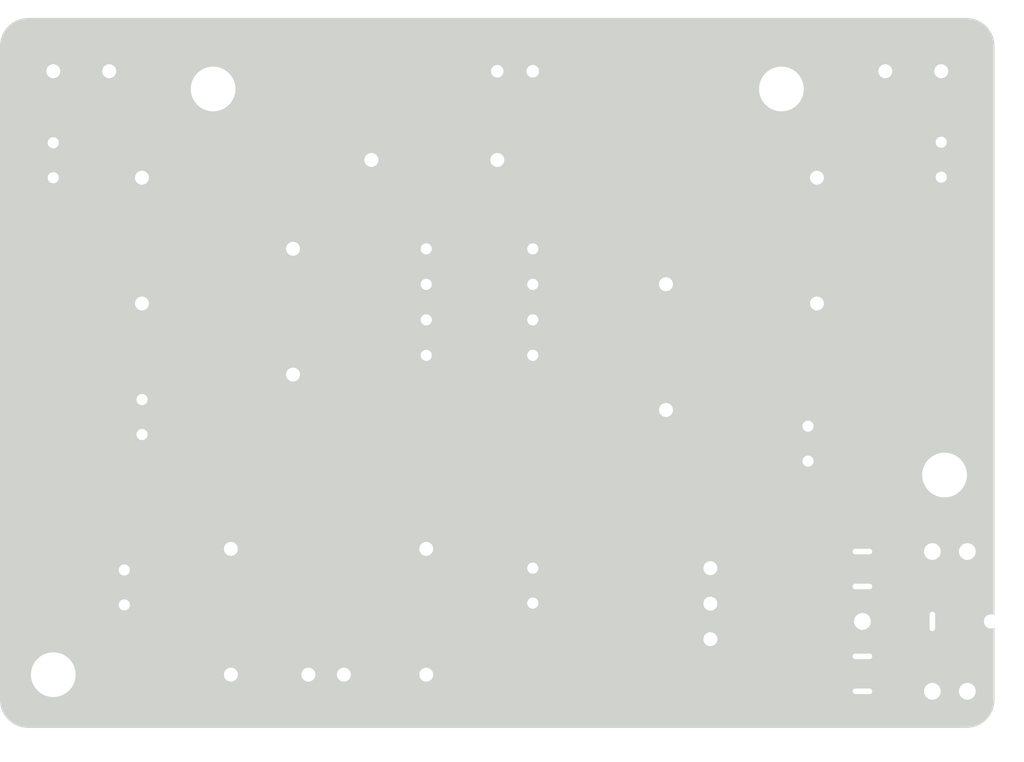
<source format=kicad_pcb>
(kicad_pcb (version 20221018) (generator pcbnew)

  (general
    (thickness 1.6)
  )

  (paper "A4")
  (layers
    (0 "F.Cu" signal)
    (31 "B.Cu" signal)
    (32 "B.Adhes" user "B.Adhesive")
    (33 "F.Adhes" user "F.Adhesive")
    (34 "B.Paste" user)
    (35 "F.Paste" user)
    (36 "B.SilkS" user "B.Silkscreen")
    (37 "F.SilkS" user "F.Silkscreen")
    (38 "B.Mask" user)
    (39 "F.Mask" user)
    (40 "Dwgs.User" user "User.Drawings")
    (41 "Cmts.User" user "User.Comments")
    (42 "Eco1.User" user "User.Eco1")
    (43 "Eco2.User" user "User.Eco2")
    (44 "Edge.Cuts" user)
    (45 "Margin" user)
    (46 "B.CrtYd" user "B.Courtyard")
    (47 "F.CrtYd" user "F.Courtyard")
    (48 "B.Fab" user)
    (49 "F.Fab" user)
    (50 "User.1" user)
    (51 "User.2" user)
    (52 "User.3" user)
    (53 "User.4" user)
    (54 "User.5" user)
    (55 "User.6" user)
    (56 "User.7" user)
    (57 "User.8" user)
    (58 "User.9" user)
  )

  (setup
    (stackup
      (layer "F.SilkS" (type "Top Silk Screen"))
      (layer "F.Paste" (type "Top Solder Paste"))
      (layer "F.Mask" (type "Top Solder Mask") (thickness 0.01))
      (layer "F.Cu" (type "copper") (thickness 0.035))
      (layer "dielectric 1" (type "core") (thickness 1.51) (material "FR4") (epsilon_r 4.5) (loss_tangent 0.02))
      (layer "B.Cu" (type "copper") (thickness 0.035))
      (layer "B.Mask" (type "Bottom Solder Mask") (thickness 0.01))
      (layer "B.Paste" (type "Bottom Solder Paste"))
      (layer "B.SilkS" (type "Bottom Silk Screen"))
      (copper_finish "None")
      (dielectric_constraints no)
    )
    (pad_to_mask_clearance 0)
    (pcbplotparams
      (layerselection 0x00010fc_ffffffff)
      (plot_on_all_layers_selection 0x0000000_00000000)
      (disableapertmacros false)
      (usegerberextensions false)
      (usegerberattributes true)
      (usegerberadvancedattributes true)
      (creategerberjobfile true)
      (dashed_line_dash_ratio 12.000000)
      (dashed_line_gap_ratio 3.000000)
      (svgprecision 4)
      (plotframeref false)
      (viasonmask false)
      (mode 1)
      (useauxorigin false)
      (hpglpennumber 1)
      (hpglpenspeed 20)
      (hpglpendiameter 15.000000)
      (dxfpolygonmode true)
      (dxfimperialunits true)
      (dxfusepcbnewfont true)
      (psnegative false)
      (psa4output false)
      (plotreference true)
      (plotvalue true)
      (plotinvisibletext false)
      (sketchpadsonfab false)
      (subtractmaskfromsilk false)
      (outputformat 1)
      (mirror false)
      (drillshape 1)
      (scaleselection 1)
      (outputdirectory "")
    )
  )

  (net 0 "")
  (net 1 "Net-(C1-Pad1)")
  (net 2 "Net-(C1-Pad2)")
  (net 3 "Net-(C2-Pad1)")
  (net 4 "Net-(C2-Pad2)")
  (net 5 "Net-(J1-Pin_2)")
  (net 6 "Net-(J1-Pin_6)")
  (net 7 "+BATT")
  (net 8 "/Virtual_Ground")
  (net 9 "Net-(J1-Pin_1)")
  (net 10 "Net-(J1-Pin_7)")
  (net 11 "-BATT")
  (net 12 "Net-(C3-Pad1)")
  (net 13 "Net-(C4-Pad1)")
  (net 14 "Net-(J4-Pin_2)")
  (net 15 "Net-(J4-Pin_3)")
  (net 16 "Net-(D1-K)")

  (footprint "Capacitor_THT:C_Radial_D6.3mm_H5.0mm_P2.50mm" (layer "F.Cu") (at 60.96 131.405 90))

  (footprint "Capacitor_THT:C_Radial_D6.3mm_H5.0mm_P2.50mm" (layer "F.Cu") (at 54.61 113.03 90))

  (footprint "MountingHole:MountingHole_3.2mm_M3" (layer "F.Cu") (at 118.347588 134.30438))

  (footprint "Resistor_THT:R_Box_L13.0mm_W4.0mm_P9.00mm" (layer "F.Cu") (at 98.425 129.65 90))

  (footprint "Capacitor_THT:CP_Radial_D5.0mm_P2.50mm" (layer "F.Cu") (at 59.69 141.097 -90))

  (footprint "Capacitor_THT:C_Radial_D6.3mm_H5.0mm_P2.50mm" (layer "F.Cu") (at 108.585 133.31 90))

  (footprint "MountingHole:MountingHole_3.2mm_M3" (layer "F.Cu") (at 54.61 148.59))

  (footprint "Capacitor_THT:CP_Radial_D5.0mm_P2.50mm" (layer "F.Cu") (at 88.9 143.47 90))

  (footprint "Resistor_THT:R_Box_L13.0mm_W4.0mm_P9.00mm" (layer "F.Cu") (at 71.755 118.115 -90))

  (footprint "Resistor_THT:R_Box_L13.0mm_W4.0mm_P9.00mm" (layer "F.Cu") (at 81.28 148.59 90))

  (footprint "MountingHole:MountingHole_3.2mm_M3" (layer "F.Cu") (at 66.04 106.68))

  (footprint "Connector_PinHeader_2.54mm:PinHeader_1x03_P2.54mm_Vertical" (layer "F.Cu") (at 101.6 140.97))

  (footprint "Inductor_THT:L_Radial_D6.0mm_P4.00mm" (layer "F.Cu") (at 118.11 105.41 180))

  (footprint "Package_DIP:DIP-8_W7.62mm_Socket" (layer "F.Cu") (at 81.28 118.12))

  (footprint "Inductor_THT:L_Radial_D6.0mm_P4.00mm" (layer "F.Cu") (at 54.61 105.41))

  (footprint "Resistor_THT:R_Box_L13.0mm_W4.0mm_P9.00mm" (layer "F.Cu") (at 67.31 139.59 -90))

  (footprint "Resistor_THT:R_Box_L13.0mm_W4.0mm_P9.00mm" (layer "F.Cu") (at 109.22 122.03 90))

  (footprint "Resistor_THT:R_Box_L13.0mm_W4.0mm_P9.00mm" (layer "F.Cu") (at 86.36 111.76 180))

  (footprint "Capacitor_THT:C_Radial_D6.3mm_H5.0mm_P2.50mm" (layer "F.Cu") (at 118.11 112.99 90))

  (footprint "Connector_Audio:Jack_3.5mm_CUI_SJ1-3525N_Horizontal" (layer "F.Cu") (at 117.475 144.78 90))

  (footprint "Resistor_THT:R_Box_L13.0mm_W4.0mm_P9.00mm" (layer "F.Cu") (at 60.95 122.03 90))

  (footprint "Connector_PinHeader_2.54mm:PinHeader_1x02_P2.54mm_Vertical" (layer "F.Cu") (at 72.850793 148.588207 90))

  (footprint "MountingHole:MountingHole_3.2mm_M3" (layer "F.Cu") (at 106.68 106.68))

  (footprint "LED_THT:LED_D4.0mm" (layer "F.Cu") (at 86.36 105.41))

  (gr_line (start 75.692 136.398) (end 84.582 127.508)
    (stroke (width 0.15) (type dash)) (layer "F.SilkS") (tstamp 252d62c5-6777-4794-8239-99942c9e777b))
  (gr_line (start 85.344 119.126) (end 86.106 118.364)
    (stroke (width 0.15) (type dash)) (layer "F.SilkS") (tstamp 278686ce-2467-41bf-962a-9f48c5d50229))
  (gr_line (start 100.838 123.063) (end 106.68 128.905)
    (stroke (width 0.15) (type dash)) (layer "F.SilkS") (tstamp 3615bbcf-4f41-4793-8e7d-5f465d489651))
  (gr_line (start 72.898 146.558) (end 72.898 134.112)
    (stroke (width 0.15) (type dash)) (layer "F.SilkS") (tstamp 71040e7d-8031-41ad-9073-e30ea62bc754))
  (gr_line (start 86.36 118.11) (end 87.376 118.11)
    (stroke (width 0.15) (type dash)) (layer "F.SilkS") (tstamp 7686eacf-50f4-4053-a718-783623abdc08))
  (gr_line (start 85.09 126.746) (end 85.09 119.38)
    (stroke (width 0.15) (type dash)) (layer "F.SilkS") (tstamp 7a4e64cf-7ce6-47ab-8934-3b33d1a4f1d0))
  (gr_line (start 62.865 127) (end 69.469 120.396)
    (stroke (width 0.15) (type dash)) (layer "F.SilkS") (tstamp 91675efa-e5a6-4d09-8818-1fe5465eb9b9))
  (gr_line (start 73.152 133.858) (end 79.756 127.254)
    (stroke (width 0.15) (type dash)) (layer "F.SilkS") (tstamp d7ea0144-4eb4-4a93-8956-faa5cdd868b2))
  (gr_line (start 75.438 146.558) (end 75.438 136.652)
    (stroke (width 0.15) (type dash)) (layer "F.SilkS") (tstamp f9e602e6-bdf7-4f66-9705-843b11d35672))
  (gr_text_box "Electro.Sluch V0.3\nby Chaospott RF~Crew"
    (start 52.07 145.7325) (end 56.515 124.2695) (angle 90) (layer "B.SilkS") (tstamp 2b595b4a-6ef2-4806-8747-6c8d0f79699d)
      (effects (font (size 1 1) (thickness 0.15)) (justify left top mirror))
    (stroke (width 0.15) (type dash_dot))  )

  (segment (start 54.61 113.03) (end 60.95 113.03) (width 1) (layer "F.Cu") (net 1) (tstamp 6f3e2ede-4d29-4883-8503-f4000496a020))
  (segment (start 54.61 110.53) (end 54.61 105.41) (width 1) (layer "F.Cu") (net 2) (tstamp 6795c920-feb0-4fec-9cd4-467ed2c89345))
  (segment (start 109.26 112.99) (end 109.22 113.03) (width 0.3) (layer "F.Cu") (net 3) (tstamp 58731730-eebb-406f-a430-30c5f7eec894))
  (segment (start 118.11 112.99) (end 109.26 112.99) (width 1) (layer "F.Cu") (net 3) (tstamp ca5df236-0719-480e-ad21-50752f4d3bbd))
  (segment (start 118.11 110.49) (end 118.11 105.41) (width 1) (layer "F.Cu") (net 4) (tstamp 6629187e-8e23-4251-b59d-5a8e97f8a1cd))
  (segment (start 71.755 127.115) (end 66.67 122.03) (width 1) (layer "F.Cu") (net 5) (tstamp 29f1f83d-8161-47bc-935d-78b560721ee3))
  (segment (start 78.21 120.66) (end 71.755 127.115) (width 1) (layer "F.Cu") (net 5) (tstamp 3fa72222-17d5-41e2-9685-bfffc82ebd0d))
  (segment (start 66.67 122.03) (end 60.95 122.03) (width 1) (layer "F.Cu") (net 5) (tstamp 7f941dc8-4ec4-4af7-b593-6af67d4faa3c))
  (segment (start 81.28 120.66) (end 78.21 120.66) (width 1) (layer "F.Cu") (net 5) (tstamp 8c68643a-6697-49f4-8872-98ad3445d2d9))
  (segment (start 98.425 129.65) (end 106.045 122.03) (width 1) (layer "F.Cu") (net 6) (tstamp 1282f802-7189-4488-bf32-0bd701973ee7))
  (segment (start 106.045 122.03) (end 109.22 122.03) (width 1) (layer "F.Cu") (net 6) (tstamp 68193069-5b2a-4b99-b7fd-08dbfc0bab88))
  (segment (start 88.9 123.2) (end 91.975 123.2) (width 1) (layer "F.Cu") (net 6) (tstamp 6c5e9bf0-0575-45c0-9ffb-859bfc8f1e49))
  (segment (start 91.975 123.2) (end 98.425 129.65) (width 1) (layer "F.Cu") (net 6) (tstamp ec693ef0-8853-4007-b130-3f65efef2c0c))
  (segment (start 88.9 105.41) (end 88.9 118.12) (width 1) (layer "F.Cu") (net 7) (tstamp 0e7f559b-9993-4dc2-a4a8-0b5a66b2c00d))
  (segment (start 88.86 143.51) (end 88.9 143.47) (width 1) (layer "F.Cu") (net 7) (tstamp 290c607b-9e81-4966-9331-0ec452fabe05))
  (segment (start 81.278207 148.588207) (end 81.28 148.59) (width 1) (layer "F.Cu") (net 7) (tstamp 5b431be5-6d20-44ec-8dab-62c36157ce76))
  (segment (start 83.82 148.59) (end 88.9 143.51) (width 1) (layer "F.Cu") (net 7) (tstamp 65840385-1405-448b-873f-137e265f89ee))
  (segment (start 75.391793 148.588207) (end 81.278207 148.588207) (width 1) (layer "F.Cu") (net 7) (tstamp 84be818b-0cab-4dbe-9f45-f17ffdc49232))
  (segment (start 81.28 148.59) (end 83.82 148.59) (width 1) (layer "F.Cu") (net 7) (tstamp b1394e72-821d-43e7-b4b2-9cf7229db6e2))
  (segment (start 88.9 143.51) (end 88.9 143.47) (width 1) (layer "F.Cu") (net 7) (tstamp fea9b9e6-0306-4074-8a09-57196eb74ffa))
  (segment (start 85.09 127) (end 85.09 119.38) (width 1) (layer "B.Cu") (net 7) (tstamp 1b9d8133-d0ea-4557-abe4-19b4c2bfb586))
  (segment (start 75.391793 136.698207) (end 85.09 127) (width 1) (layer "B.Cu") (net 7) (tstamp 31f59499-8af4-4c09-82c8-bceee157b695))
  (segment (start 86.36 118.11) (end 86.37 118.12) (width 1) (layer "B.Cu") (net 7) (tstamp 49e485ae-c58b-4919-97ad-d340b88dfa17))
  (segment (start 86.37 118.12) (end 88.9 118.12) (width 1) (layer "B.Cu") (net 7) (tstamp 8bda8901-fd56-45a7-ae4b-f380b031e923))
  (segment (start 85.09 119.38) (end 86.36 118.11) (width 1) (layer "B.Cu") (net 7) (tstamp b2c7df33-170f-4b93-b201-c12774e5b456))
  (segment (start 75.391793 148.588207) (end 75.391793 136.698207) (width 1) (layer "B.Cu") (net 7) (tstamp cf913384-817f-45dc-bbf2-dd00fbe52aac))
  (segment (start 81.28 118.12) (end 71.76 118.12) (width 1) (layer "F.Cu") (net 9) (tstamp a8b3ea22-e653-41be-a1c7-4fb269411ecd))
  (segment (start 71.76 118.12) (end 71.755 118.115) (width 1) (layer "F.Cu") (net 9) (tstamp f8f87771-6e4a-4689-aa7f-8f344f28690e))
  (segment (start 60.965 128.905) (end 60.96 128.905) (width 1) (layer "B.Cu") (net 9) (tstamp 0de91066-c1a7-431d-872a-73aabc03cc16))
  (segment (start 71.755 118.115) (end 60.965 128.905) (width 1) (layer "B.Cu") (net 9) (tstamp b57b2a73-021c-48b4-bd5d-01880d826541))
  (segment (start 98.415 120.66) (end 98.425 120.65) (width 0.3) (layer "F.Cu") (net 10) (tstamp b1e9fe59-ea7c-48fe-85f9-dcad96ccc433))
  (segment (start 88.9 120.66) (end 98.415 120.66) (width 1) (layer "F.Cu") (net 10) (tstamp fe6ae9ed-02b4-404f-8a32-cf3ac99412de))
  (segment (start 98.425 120.645) (end 108.585 130.805) (width 1) (layer "B.Cu") (net 10) (tstamp 339e242c-7733-4d4e-bd51-e7260fad548c))
  (segment (start 108.585 130.805) (end 108.585 130.81) (width 1) (layer "B.Cu") (net 10) (tstamp 6e012557-405b-477c-8a57-da96e879e33a))
  (segment (start 72.849 148.59) (end 72.850793 148.588207) (width 1) (layer "F.Cu") (net 11) (tstamp 7b76797c-8994-4b29-91a1-8297a4ace385))
  (segment (start 67.31 148.59) (end 64.683 148.59) (width 1) (layer "F.Cu") (net 11) (tstamp b4933e7d-2531-4d2e-b8a2-96be0e984440))
  (segment (start 67.31 148.59) (end 72.849 148.59) (width 1) (layer "F.Cu") (net 11) (tstamp cad6b317-20d0-4e3c-bdf2-8fa1e52becb9))
  (segment (start 64.683 148.59) (end 59.69 143.597) (width 1) (layer "F.Cu") (net 11) (tstamp f1698152-961e-4758-8616-54a1b2da444e))
  (segment (start 81.28 125.74) (end 72.851793 134.168207) (width 1) (layer "B.Cu") (net 11) (tstamp 121349f9-058a-42f2-96eb-f10373431ef6))
  (segment (start 72.851793 134.168207) (end 72.851793 148.588207) (width 1) (layer "B.Cu") (net 11) (tstamp 2b368697-9e57-4082-b1ff-dd0dd3a30140))
  (segment (start 96.52 135.89) (end 104.14 135.89) (width 1) (layer "F.Cu") (net 12) (tstamp 167bff41-64eb-46e8-bb81-85957cef0602))
  (segment (start 108.03 139.78) (end 112.475 139.78) (width 1) (layer "F.Cu") (net 12) (tstamp 1a9f118a-cd39-464a-9564-75ee479d4c89))
  (segment (start 104.14 135.89) (end 108.03 139.78) (width 1) (layer "F.Cu") (net 12) (tstamp 3fb53ea3-7a8a-4e1c-8c72-cb47ee7149af))
  (segment (start 61 131.445) (end 92.075 131.445) (width 1) (layer "F.Cu") (net 12) (tstamp 75a2e9fa-8f90-4d2a-b07f-8ab69f168fff))
  (segment (start 60.96 131.405) (end 61 131.445) (width 1) (layer "F.Cu") (net 12) (tstamp 9524c998-6b4d-4e50-a7a9-7114e5bf07de))
  (segment (start 92.075 131.445) (end 96.52 135.89) (width 1) (layer "F.Cu") (net 12) (tstamp b892c94b-d82d-468a-921f-a9854fd97681))
  (segment (start 114.38 149.78) (end 112.475 149.78) (width 1) (layer "F.Cu") (net 13) (tstamp 01bb697a-3c45-482e-8ee5-363c0b6ca7b1))
  (segment (start 112.99 133.31) (end 115.57 135.89) (width 1) (layer "F.Cu") (net 13) (tstamp 02d930bf-70aa-44a0-ae87-acc05e4764cc))
  (segment (start 115.57 135.89) (end 115.57 148.59) (width 1) (layer "F.Cu") (net 13) (tstamp 35cd81b6-47ed-46b2-9347-37504b4af785))
  (segment (start 115.57 148.59) (end 114.38 149.78) (width 1) (layer "F.Cu") (net 13) (tstamp 4ec2d28c-b9aa-46a6-a514-5abb917977c0))
  (segment (start 108.585 133.31) (end 112.99 133.31) (width 1) (layer "F.Cu") (net 13) (tstamp 60c00d7e-243b-4102-b69b-9a9a59c632f4))
  (segment (start 112.555 149.86) (end 112.475 149.78) (width 1) (layer "B.Cu") (net 13) (tstamp e09d6a6d-5813-49da-9c9b-f1dc724e437c))
  (segment (start 109.855 142.24) (end 109.895 142.28) (width 1) (layer "F.Cu") (net 14) (tstamp 77bd218f-3b7e-4baa-8249-8caa84a1e8d9))
  (segment (start 108.585 143.51) (end 109.855 142.24) (width 1) (layer "F.Cu") (net 14) (tstamp 9c50b464-0ea1-4566-a57d-c7e14b1f90a2))
  (segment (start 101.6 143.51) (end 108.585 143.51) (width 1) (layer "F.Cu") (net 14) (tstamp 9fa86de3-e873-413a-9960-2b9420491eef))
  (segment (start 109.895 142.28) (end 112.475 142.28) (width 1) (layer "F.Cu") (net 14) (tstamp f3bf854a-bf9e-449f-9218-c355e05349e8))
  (segment (start 108.712 146.05) (end 101.6 146.05) (width 1) (layer "F.Cu") (net 15) (tstamp 1efefb87-6800-4590-978a-b25929c7a817))
  (segment (start 109.895 147.233) (end 108.712 146.05) (width 1) (layer "F.Cu") (net 15) (tstamp 3212b0b7-2fb3-4e72-bdb0-4f26fb612498))
  (segment (start 109.895 147.28) (end 112.475 147.28) (width 1) (layer "F.Cu") (net 15) (tstamp ce7afb4f-7235-404e-a9c6-3c7dd63322bc))
  (segment (start 109.895 147.28) (end 109.895 147.233) (width 1) (layer "F.Cu") (net 15) (tstamp f847f523-9bb8-47ea-8498-14d1899750c1))
  (segment (start 86.36 105.41) (end 86.36 111.76) (width 1) (layer "F.Cu") (net 16) (tstamp 29842d5b-a887-4f87-a032-0a25e19b0957))

  (zone (net 16) (net_name "Net-(D1-K)") (layer "F.Cu") (tstamp 009b7306-41b0-4157-b7eb-4a36cb724a87) (name "$teardrop_padvia$") (hatch edge 0.5)
    (priority 30021)
    (attr (teardrop (type padvia)))
    (connect_pads yes (clearance 0))
    (min_thickness 0.0254) (filled_areas_thickness no)
    (fill yes (thermal_gap 0.5) (thermal_bridge_width 0.5) (island_removal_mode 1) (island_area_min 10))
    (polygon
      (pts
        (xy 86.86 107.93)
        (xy 86.939999 107.558)
        (xy 87.019999 107.21)
        (xy 87.1 106.886)
        (xy 87.18 106.586)
        (xy 87.26 106.31)
        (xy 86.36 105.409)
        (xy 85.46 106.31)
        (xy 85.539999 106.586)
        (xy 85.619999 106.886)
        (xy 85.7 107.21)
        (xy 85.78 107.558)
        (xy 85.86 107.93)
      )
    )
    (filled_polygon
      (layer "F.Cu")
      (pts
        (xy 86.368268 105.417277)
        (xy 87.255117 106.305111)
        (xy 87.258539 106.313386)
        (xy 87.258076 106.316637)
        (xy 87.18 106.586)
        (xy 87.1 106.886)
        (xy 87.019999 107.21)
        (xy 86.939999 107.558)
        (xy 86.861987 107.92076)
        (xy 86.856898 107.928128)
        (xy 86.850549 107.93)
        (xy 85.869451 107.93)
        (xy 85.861178 107.926573)
        (xy 85.858013 107.92076)
        (xy 85.78 107.558)
        (xy 85.7 107.21)
        (xy 85.619999 106.886)
        (xy 85.539999 106.586)
        (xy 85.461923 106.316635)
        (xy 85.462911 106.307737)
        (xy 85.464877 106.305117)
        (xy 86.351722 105.417286)
        (xy 86.359994 105.413856)
      )
    )
  )
  (zone (net 7) (net_name "+BATT") (layer "F.Cu") (tstamp 01bcd1be-3a13-4db3-b859-7fc3447d27ad) (name "$teardrop_padvia$") (hatch edge 0.5)
    (priority 30024)
    (attr (teardrop (type padvia)))
    (connect_pads yes (clearance 0))
    (min_thickness 0.0254) (filled_areas_thickness no)
    (fill yes (thermal_gap 0.5) (thermal_bridge_width 0.5) (island_removal_mode 1) (island_area_min 10))
    (polygon
      (pts
        (xy 88.4 115.88)
        (xy 88.3688 116.4384)
        (xy 88.2944 116.8312)
        (xy 88.2056 117.1688)
        (xy 88.1312 117.5616)
        (xy 88.1 118.12)
        (xy 88.9 118.121)
        (xy 89.7 118.12)
        (xy 89.6688 117.5616)
        (xy 89.5944 117.1688)
        (xy 89.5056 116.8312)
        (xy 89.4312 116.4384)
        (xy 89.4 115.88)
      )
    )
    (filled_polygon
      (layer "F.Cu")
      (pts
        (xy 89.397208 115.883427)
        (xy 89.400617 115.891047)
        (xy 89.4312 116.4384)
        (xy 89.5056 116.8312)
        (xy 89.505601 116.831202)
        (xy 89.594346 117.168595)
        (xy 89.594436 117.168994)
        (xy 89.668727 117.561221)
        (xy 89.66882 117.561984)
        (xy 89.69931 118.107662)
        (xy 89.69635 118.116114)
        (xy 89.688281 118.119997)
        (xy 89.687643 118.120015)
        (xy 88.9 118.121)
        (xy 88.112356 118.120015)
        (xy 88.104088 118.116578)
        (xy 88.100671 118.1083)
        (xy 88.100689 118.107662)
        (xy 88.131179 117.561984)
        (xy 88.131272 117.561221)
        (xy 88.205563 117.168994)
        (xy 88.205647 117.168619)
        (xy 88.2944 116.8312)
        (xy 88.3688 116.4384)
        (xy 88.399383 115.891047)
        (xy 88.403266 115.882978)
        (xy 88.411065 115.88)
        (xy 89.388935 115.88)
      )
    )
  )
  (zone (net 4) (net_name "Net-(C2-Pad2)") (layer "F.Cu") (tstamp 066264c4-44b9-44f9-aa6c-8e3927c9f4f0) (name "$teardrop_padvia$") (hatch edge 0.5)
    (priority 30009)
    (attr (teardrop (type padvia)))
    (connect_pads yes (clearance 0))
    (min_thickness 0.0254) (filled_areas_thickness no)
    (fill yes (thermal_gap 0.5) (thermal_bridge_width 0.5) (island_removal_mode 1) (island_area_min 10))
    (polygon
      (pts
        (xy 118.61 108.21)
        (xy 118.662 107.509221)
        (xy 118.786 107.01961)
        (xy 118.934 106.600389)
        (xy 119.058 106.110778)
        (xy 119.11 105.41)
        (xy 118.11 105.409)
        (xy 117.11 105.41)
        (xy 117.162 106.110778)
        (xy 117.286 106.600389)
        (xy 117.434 107.01961)
        (xy 117.558 107.509221)
        (xy 117.61 108.21)
      )
    )
    (filled_polygon
      (layer "F.Cu")
      (pts
        (xy 119.097412 105.409987)
        (xy 119.105681 105.413422)
        (xy 119.1091 105.421699)
        (xy 119.109068 105.422553)
        (xy 119.058075 106.109761)
        (xy 119.057749 106.111767)
        (xy 118.934066 106.600125)
        (xy 118.933912 106.600637)
        (xy 118.786 107.01961)
        (xy 118.716344 107.294644)
        (xy 118.662 107.509218)
        (xy 118.610804 108.199166)
        (xy 118.606774 108.207163)
        (xy 118.599136 108.21)
        (xy 117.620864 108.21)
        (xy 117.612591 108.206573)
        (xy 117.609196 108.199166)
        (xy 117.558 107.509221)
        (xy 117.434 107.01961)
        (xy 117.286083 106.600626)
        (xy 117.285933 106.600125)
        (xy 117.16225 106.111767)
        (xy 117.161924 106.109767)
        (xy 117.110931 105.422551)
        (xy 117.113736 105.414049)
        (xy 117.121733 105.410019)
        (xy 117.122575 105.409987)
        (xy 118.11 105.409)
      )
    )
  )
  (zone (net 6) (net_name "Net-(J1-Pin_6)") (layer "F.Cu") (tstamp 1d85d2a2-2c96-4153-b435-cf25a333a7b1) (name "$teardrop_padvia$") (hatch edge 0.5)
    (priority 30030)
    (attr (teardrop (type padvia)))
    (connect_pads yes (clearance 0))
    (min_thickness 0.0254) (filled_areas_thickness no)
    (fill yes (thermal_gap 0.5) (thermal_bridge_width 0.5) (island_removal_mode 1) (island_area_min 10))
    (polygon
      (pts
        (xy 91.14 122.7)
        (xy 90.5816 122.6688)
        (xy 90.1888 122.5944)
        (xy 89.8512 122.5056)
        (xy 89.4584 122.4312)
        (xy 88.9 122.4)
        (xy 88.899 123.2)
        (xy 88.9 124)
        (xy 89.4584 123.9688)
        (xy 89.8512 123.8944)
        (xy 90.1888 123.8056)
        (xy 90.5816 123.7312)
        (xy 91.14 123.7)
      )
    )
    (filled_polygon
      (layer "F.Cu")
      (pts
        (xy 88.912325 122.400688)
        (xy 89.120978 122.412346)
        (xy 89.458015 122.431179)
        (xy 89.458778 122.431272)
        (xy 89.851005 122.505563)
        (xy 89.851386 122.505649)
        (xy 90.1888 122.5944)
        (xy 90.5816 122.6688)
        (xy 91.128954 122.699382)
        (xy 91.137022 122.703265)
        (xy 91.14 122.711064)
        (xy 91.14 123.688935)
        (xy 91.136573 123.697208)
        (xy 91.128953 123.700617)
        (xy 90.581598 123.7312)
        (xy 90.432798 123.759384)
        (xy 90.1888 123.8056)
        (xy 89.992638 123.857196)
        (xy 89.851404 123.894346)
        (xy 89.851005 123.894436)
        (xy 89.458778 123.968727)
        (xy 89.458015 123.96882)
        (xy 88.912337 123.99931)
        (xy 88.903885 123.99635)
        (xy 88.900002 123.988281)
        (xy 88.899984 123.987663)
        (xy 88.899 123.2)
        (xy 88.899984 122.412354)
        (xy 88.903421 122.404088)
        (xy 88.911699 122.400671)
      )
    )
  )
  (zone (net 8) (net_name "/Virtual_Ground") (layer "F.Cu") (tstamp 22b5b732-105f-45b6-a0c3-6f6fd2dfddfe) (name "isolated") (hatch full 0.5)
    (priority 1)
    (connect_pads (clearance 0.5))
    (min_thickness 0.25) (filled_areas_thickness no)
    (fill yes (thermal_gap 0.5) (thermal_bridge_width 0.5) (smoothing fillet) (radius 2) (island_removal_mode 1) (island_area_min 10))
    (polygon
      (pts
        (xy 121.285 141.0462)
        (xy 119.9896 141.0462)
        (xy 120.015 148.59)
        (xy 121.285 148.59)
        (xy 121.285 151.765)
        (xy 51.435 151.765)
        (xy 51.435 102.235)
        (xy 121.285 102.235)
      )
    )
    (filled_polygon
      (layer "F.Cu")
      (island)
      (pts
        (xy 87.727751 107.043265)
        (xy 87.782496 107.086679)
        (xy 87.802176 107.130996)
        (xy 87.854475 107.363629)
        (xy 87.857225 107.38265)
        (xy 87.894878 107.952405)
        (xy 87.899171 107.993888)
        (xy 87.8995 108.000273)
        (xy 87.8995 110.354118)
        (xy 87.879815 110.421157)
        (xy 87.827011 110.466912)
        (xy 87.757853 110.476856)
        (xy 87.694297 110.447831)
        (xy 87.658573 110.395397)
        (xy 87.521304 110.006573)
        (xy 87.521302 110.006568)
        (xy 87.521301 110.006563)
        (xy 87.519665 110.001153)
        (xy 87.415505 109.589891)
        (xy 87.412051 109.568629)
        (xy 87.364918 108.933427)
        (xy 87.361059 108.898205)
        (xy 87.361058 108.898204)
        (xy 87.360869 108.896471)
        (xy 87.3605 108.889714)
        (xy 87.3605 108.020167)
        (xy 87.363272 107.994096)
        (xy 87.370281 107.961507)
        (xy 87.433449 107.667771)
        (xy 87.511736 107.327223)
        (xy 87.560812 107.128466)
        (xy 87.595993 107.068103)
        (xy 87.658225 107.03634)
      )
    )
    (filled_polygon
      (layer "F.Cu")
      (pts
        (xy 119.287208 102.235157)
        (xy 119.56079 102.254724)
        (xy 119.578291 102.257241)
        (xy 119.839803 102.314129)
        (xy 119.856762 102.319108)
        (xy 120.107524 102.412638)
        (xy 120.123616 102.419987)
        (xy 120.358501 102.548244)
        (xy 120.373375 102.557802)
        (xy 120.587624 102.718188)
        (xy 120.600994 102.729774)
        (xy 120.790225 102.919005)
        (xy 120.801811 102.932375)
        (xy 120.962193 103.146619)
        (xy 120.971758 103.161503)
        (xy 121.100011 103.396382)
        (xy 121.107361 103.412475)
        (xy 121.200888 103.663229)
        (xy 121.205872 103.680205)
        (xy 121.262757 103.941702)
        (xy 121.265275 103.959214)
        (xy 121.284842 104.232789)
        (xy 121.285 104.237213)
        (xy 121.285 140.394434)
        (xy 121.284469 140.402531)
        (xy 121.279695 140.438789)
        (xy 121.26506 140.549953)
        (xy 121.256682 140.581219)
        (xy 121.204473 140.707264)
        (xy 121.188287 140.735299)
        (xy 121.105229 140.843541)
        (xy 121.082341 140.866429)
        (xy 120.974099 140.949487)
        (xy 120.946064 140.965673)
        (xy 120.820019 141.017882)
        (xy 120.788753 141.02626)
        (xy 120.6373 141.0462)
        (xy 119.9896 141.0462)
        (xy 119.99178 141.693895)
        (xy 119.99178 141.693902)
        (xy 120.012861 147.954994)
        (xy 120.012861 147.955002)
        (xy 120.012861 147.955009)
        (xy 120.015 148.59)
        (xy 120.65 148.59)
        (xy 120.798169 148.609506)
        (xy 120.829423 148.61788)
        (xy 120.95242 148.668827)
        (xy 120.980451 148.685012)
        (xy 120.99278 148.694472)
        (xy 121.086063 148.76605)
        (xy 121.108949 148.788936)
        (xy 121.112015 148.792931)
        (xy 121.189987 148.894548)
        (xy 121.206172 148.922581)
        (xy 121.257115 149.045568)
        (xy 121.265493 149.076835)
        (xy 121.284469 149.220964)
        (xy 121.285 149.229065)
        (xy 121.285 150.175059)
        (xy 121.284809 150.179926)
        (xy 121.26622 150.416112)
        (xy 121.263176 150.43533)
        (xy 121.209579 150.658577)
        (xy 121.203566 150.677082)
        (xy 121.115708 150.889192)
        (xy 121.106874 150.90653)
        (xy 120.986911 151.10229)
        (xy 120.975474 151.118031)
        (xy 120.826364 151.292617)
        (xy 120.812617 151.306364)
        (xy 120.653582 151.442193)
        (xy 120.638031 151.455475)
        (xy 120.62229 151.466911)
        (xy 120.42653 151.586874)
        (xy 120.409192 151.595708)
        (xy 120.197082 151.683566)
        (xy 120.178577 151.689579)
        (xy 119.95533 151.743176)
        (xy 119.936112 151.74622)
        (xy 119.699927 151.764809)
        (xy 119.69506 151.765)
        (xy 53.437214 151.765)
        (xy 53.432791 151.764842)
        (xy 53.404503 151.762818)
        (xy 53.159214 151.745275)
        (xy 53.141702 151.742757)
        (xy 52.880205 151.685872)
        (xy 52.863229 151.680888)
        (xy 52.612475 151.587361)
        (xy 52.596382 151.580011)
        (xy 52.361503 151.451758)
        (xy 52.346619 151.442193)
        (xy 52.132375 151.281811)
        (xy 52.119005 151.270225)
        (xy 51.929774 151.080994)
        (xy 51.918188 151.067624)
        (xy 51.778108 150.8805)
        (xy 51.757802 150.853375)
        (xy 51.748244 150.838501)
        (xy 51.619987 150.603616)
        (xy 51.612638 150.587524)
        (xy 51.58147 150.503959)
        (xy 51.519108 150.336762)
        (xy 51.514129 150.319803)
        (xy 51.457241 150.058291)
        (xy 51.454724 150.040785)
        (xy 51.452099 150.004086)
        (xy 51.435157 149.767208)
        (xy 51.435 149.762786)
        (xy 51.435 148.657763)
        (xy 52.755787 148.657763)
        (xy 52.785413 148.927013)
        (xy 52.785415 148.927024)
        (xy 52.853926 149.189082)
        (xy 52.853928 149.189088)
        (xy 52.95987 149.43839)
        (xy 53.084162 149.64205)
        (xy 53.100979 149.669605)
        (xy 53.100986 149.669615)
        (xy 53.274253 149.877819)
        (xy 53.274259 149.877824)
        (xy 53.420524 150.008877)
        (xy 53.475998 150.058582)
        (xy 53.70191 150.208044)
        (xy 53.947176 150.32302)
        (xy 53.947183 150.323022)
        (xy 53.947185 150.323023)
        (xy 54.206557 150.401057)
        (xy 54.206564 150.401058)
        (xy 54.206569 150.40106)
        (xy 54.474561 150.4405)
        (xy 54.474566 150.4405)
        (xy 54.677636 150.4405)
        (xy 54.729133 150.43673)
        (xy 54.880156 150.425677)
        (xy 54.992758 150.400593)
        (xy 55.144546 150.366782)
        (xy 55.144548 150.366781)
        (xy 55.144553 150.36678)
        (xy 55.397558 150.270014)
        (xy 55.633777 150.137441)
        (xy 55.848177 149.971888)
        (xy 56.036186 149.776881)
        (xy 56.193799 149.556579)
        (xy 56.290034 149.369401)
        (xy 56.317649 149.31569)
        (xy 56.317651 149.315684)
        (xy 56.317656 149.315675)
        (xy 56.405118 149.059305)
        (xy 56.454319 148.792933)
        (xy 56.464212 148.522235)
        (xy 56.434586 148.252982)
        (xy 56.366072 147.990912)
        (xy 56.26013 147.74161)
        (xy 56.119018 147.51039)
        (xy 56.088778 147.474053)
        (xy 55.945746 147.30218)
        (xy 55.94574 147.302175)
        (xy 55.744002 147.121418)
        (xy 55.518092 146.971957)
        (xy 55.51809 146.971956)
        (xy 55.272824 146.85698)
        (xy 55.272819 146.856978)
        (xy 55.272814 146.856976)
        (xy 55.013442 146.778942)
        (xy 55.013428 146.778939)
        (xy 54.897791 146.761921)
        (xy 54.745439 146.7395)
        (xy 54.542369 146.7395)
        (xy 54.542364 146.7395)
        (xy 54.339844 146.754323)
        (xy 54.339831 146.754325)
        (xy 54.075453 146.813217)
        (xy 54.075446 146.81322)
        (xy 53.822439 146.909987)
        (xy 53.586226 147.042557)
        (xy 53.586224 147.042558)
        (xy 53.586223 147.042559)
        (xy 53.574792 147.051386)
        (xy 53.371822 147.208112)
        (xy 53.183822 147.403109)
        (xy 53.183816 147.403116)
        (xy 53.026202 147.623419)
        (xy 53.026199 147.623424)
        (xy 52.90235 147.864309)
        (xy 52.902343 147.864327)
        (xy 52.814884 148.120685)
        (xy 52.814881 148.120699)
        (xy 52.802061 148.190108)
        (xy 52.76966 148.365528)
        (xy 52.765681 148.387068)
        (xy 52.76568 148.387075)
        (xy 52.755787 148.657763)
        (xy 51.435 148.657763)
        (xy 51.435 143.597001)
        (xy 58.384532 143.597001)
        (xy 58.404364 143.823686)
        (xy 58.404366 143.823697)
        (xy 58.463256 144.04348)
        (xy 58.463261 144.043497)
        (xy 58.559431 144.249732)
        (xy 58.559432 144.249734)
        (xy 58.689951 144.436137)
        (xy 58.768594 144.51478)
        (xy 58.772238 144.518755)
        (xy 58.78168 144.53)
        (xy 58.796579 144.547746)
        (xy 58.842362 144.588683)
        (xy 58.844848 144.591034)
        (xy 58.850861 144.597047)
        (xy 58.851783 144.597692)
        (xy 58.857533 144.60225)
        (xy 59.151222 144.864855)
        (xy 59.210085 144.917488)
        (xy 59.222611 144.92798)
        (xy 59.236281 144.938698)
        (xy 59.249896 144.948658)
        (xy 59.594335 145.183394)
        (xy 59.609633 145.193027)
        (xy 59.901168 145.363135)
        (xy 59.904826 145.365444)
        (xy 60.121421 145.513054)
        (xy 60.187917 145.558371)
        (xy 60.194328 145.563386)
        (xy 60.475272 145.814596)
        (xy 60.575172 145.903923)
        (xy 60.611974 145.934294)
        (xy 60.616343 145.938264)
        (xy 63.966566 149.288487)
        (xy 64.027941 149.353053)
        (xy 64.027944 149.353055)
        (xy 64.027947 149.353058)
        (xy 64.051429 149.369401)
        (xy 64.078295 149.3881)
        (xy 64.08205 149.390932)
        (xy 64.129593 149.429698)
        (xy 64.160045 149.445604)
        (xy 64.166756 149.449671)
        (xy 64.194951 149.469295)
        (xy 64.250635 149.493191)
        (xy 64.251323 149.493486)
        (xy 64.255579 149.495508)
        (xy 64.268676 149.502348)
        (xy 64.283173 149.509921)
        (xy 64.299783 149.520349)
        (xy 64.44291 149.62688)
        (xy 64.529282 149.678663)
        (xy 64.533476 149.680639)
        (xy 64.628305 149.71425)
        (xy 64.62831 149.714251)
        (xy 64.628315 149.714253)
        (xy 65.114486 149.833712)
        (xy 65.114487 149.833712)
        (xy 65.148477 149.839641)
        (xy 65.185961 149.843572)
        (xy 65.220448 149.844822)
        (xy 65.220448 149.844821)
        (xy 65.220449 149.844822)
        (xy 65.265722 149.843372)
        (xy 65.698941 149.829503)
        (xy 65.701667 149.829477)
        (xy 66.156814 149.83532)
        (xy 66.187196 149.839504)
        (xy 66.429174 149.904101)
        (xy 66.787041 149.999635)
        (xy 66.811947 150.005744)
        (xy 66.817305 150.007317)
        (xy 66.878435 150.028303)
        (xy 66.940385 150.049571)
        (xy 67.185665 150.0905)
        (xy 67.318871 150.0905)
        (xy 67.323109 150.090645)
        (xy 67.35996 150.093182)
        (xy 67.393814 150.090669)
        (xy 67.398401 150.0905)
        (xy 67.43433 150.0905)
        (xy 67.434335 150.0905)
        (xy 67.462158 150.085856)
        (xy 67.467754 150.085182)
        (xy 68.020251 150.044186)
        (xy 68.05814 150.041375)
        (xy 68.07999 150.038794)
        (xy 68.103701 150.03494)
        (xy 68.11446 150.032707)
        (xy 68.12522 150.030475)
        (xy 68.486376 149.939008)
        (xy 68.635045 149.901356)
        (xy 68.644902 149.898391)
        (xy 68.651951 149.896271)
        (xy 68.657789 149.894363)
        (xy 68.663294 149.892565)
        (xy 68.78688 149.848933)
        (xy 69.063435 149.751299)
        (xy 69.068841 149.749665)
        (xy 69.257546 149.701872)
        (xy 69.480112 149.645503)
        (xy 69.501364 149.642051)
        (xy 70.07143 149.59975)
        (xy 70.136574 149.594917)
        (xy 70.173523 149.590869)
        (xy 70.18028 149.5905)
        (xy 70.404967 149.5905)
        (xy 70.433583 149.593847)
        (xy 70.434392 149.594038)
        (xy 70.435962 149.594411)
        (xy 70.712252 149.619368)
        (xy 70.716357 149.619879)
        (xy 70.984922 149.66257)
        (xy 70.988896 149.663338)
        (xy 71.258853 149.724775)
        (xy 71.262682 149.725778)
        (xy 71.534391 149.806262)
        (xy 71.53803 149.807464)
        (xy 71.592747 149.827427)
        (xy 71.820531 149.910532)
        (xy 71.82053 149.910532)
        (xy 71.820534 149.910533)
        (xy 71.869337 149.923649)
        (xy 71.874885 149.925425)
        (xy 71.89331 149.932298)
        (xy 71.906657 149.933732)
        (xy 71.90847 149.933991)
        (xy 71.911099 149.934268)
        (xy 71.91264 149.934376)
        (xy 71.95292 149.938707)
        (xy 72.043162 149.938706)
        (xy 72.043554 149.938719)
        (xy 72.051536 149.938995)
        (xy 72.051538 149.938994)
        (xy 72.051934 149.939008)
        (xy 72.057552 149.938706)
        (xy 73.748664 149.938706)
        (xy 73.748665 149.938706)
        (xy 73.808276 149.932298)
        (xy 73.943124 149.882003)
        (xy 74.058339 149.795753)
        (xy 74.144589 149.680538)
        (xy 74.193603 149.549123)
        (xy 74.235474 149.493191)
        (xy 74.300938 149.468773)
        (xy 74.369211 149.483624)
        (xy 74.397466 149.504776)
        (xy 74.519392 149.626702)
        (xy 74.596419 149.680637)
        (xy 74.712958 149.762239)
        (xy 74.71296 149.76224)
        (xy 74.712963 149.762242)
        (xy 74.92713 149.86211)
        (xy 75.155385 149.92327)
        (xy 75.390793 149.943866)
        (xy 75.412297 149.941983)
        (xy 75.433213 149.941925)
        (xy 75.434117 149.941999)
        (xy 76.023839 149.905857)
        (xy 76.041876 149.904101)
        (xy 76.061583 149.901466)
        (xy 76.079598 149.898391)
        (xy 76.253904 149.862112)
        (xy 76.514121 149.807952)
        (xy 76.533304 149.803179)
        (xy 76.674805 149.762239)
        (xy 76.879511 149.703012)
        (xy 76.884054 149.701883)
        (xy 77.23542 149.628751)
        (xy 77.253096 149.626382)
        (xy 77.790732 149.593433)
        (xy 77.829213 149.589593)
        (xy 77.829214 149.589592)
        (xy 77.835013 149.589014)
        (xy 77.841175 149.588707)
        (xy 78.420142 149.588707)
        (xy 78.446855 149.591618)
        (xy 78.453646 149.593117)
        (xy 79.088613 149.640404)
        (xy 79.109945 149.643884)
        (xy 79.520862 149.748346)
        (xy 79.526289 149.749993)
        (xy 79.74165 149.826314)
        (xy 79.926252 149.891735)
        (xy 79.937576 149.89545)
        (xy 79.940294 149.896271)
        (xy 79.954559 149.900581)
        (xy 80.464383 150.030186)
        (xy 80.485917 150.034673)
        (xy 80.492601 150.035764)
        (xy 80.509713 150.038561)
        (xy 80.531698 150.04117)
        (xy 81.121894 150.085124)
        (xy 81.127486 150.085797)
        (xy 81.155665 150.0905)
        (xy 81.191763 150.0905)
        (xy 81.196369 150.090671)
        (xy 81.22526 150.092822)
        (xy 81.239231 150.093863)
        (xy 81.249438 150.094244)
        (xy 81.321846 150.091752)
        (xy 81.321852 150.09175)
        (xy 81.321917 150.091742)
        (xy 81.339425 150.0905)
        (xy 81.404335 150.0905)
        (xy 81.649614 150.049571)
        (xy 81.782112 150.004083)
        (xy 81.803412 149.999115)
        (xy 81.80341 149.999103)
        (xy 81.803828 149.999018)
        (xy 81.80658 149.998376)
        (xy 81.807754 149.998226)
        (xy 82.409853 149.831226)
        (xy 82.437755 149.826828)
        (xy 82.89734 149.807452)
        (xy 83.373004 149.803728)
        (xy 83.406638 149.801217)
        (xy 83.406639 149.801217)
        (xy 83.443116 149.79603)
        (xy 83.443115 149.79603)
        (xy 83.469575 149.790446)
        (xy 83.476096 149.789071)
        (xy 83.956267 149.653807)
        (xy 84.044526 149.619747)
        (xy 84.048428 149.617804)
        (xy 84.12875 149.567931)
        (xy 84.170384 149.536324)
        (xy 84.208234 149.516779)
        (xy 84.216588 149.514159)
        (xy 84.246634 149.497481)
        (xy 84.253714 149.494119)
        (xy 84.285617 149.481377)
        (xy 84.336854 149.447608)
        (xy 84.340851 149.445187)
        (xy 84.394502 149.415409)
        (xy 84.420568 149.39303)
        (xy 84.426843 149.3883)
        (xy 84.440545 149.37927)
        (xy 84.455519 149.369402)
        (xy 84.498892 149.326027)
        (xy 84.50235 149.322823)
        (xy 84.521422 149.30645)
        (xy 84.548895 149.282866)
        (xy 84.569928 149.255691)
        (xy 84.575098 149.249821)
        (xy 84.659477 149.165442)
        (xy 84.664155 149.161219)
        (xy 84.67255 149.154385)
        (xy 84.672554 149.154382)
        (xy 84.680228 149.147686)
        (xy 84.713623 149.112961)
        (xy 84.741513 149.083961)
        (xy 84.741514 149.083959)
        (xy 84.74275 149.082674)
        (xy 84.74623 149.078689)
        (xy 87.774918 146.05)
        (xy 100.244341 146.05)
        (xy 100.264936 146.285403)
        (xy 100.264938 146.285413)
        (xy 100.326094 146.513655)
        (xy 100.326096 146.513659)
        (xy 100.326097 146.513663)
        (xy 100.425693 146.727247)
        (xy 100.425965 146.72783)
        (xy 100.425967 146.727834)
        (xy 100.516394 146.856976)
        (xy 100.561505 146.921401)
        (xy 100.728599 147.088495)
        (xy 100.815356 147.149243)
        (xy 100.922165 147.224032)
        (xy 100.922167 147.224033)
        (xy 100.92217 147.224035)
        (xy 101.136337 147.323903)
        (xy 101.136343 147.323904)
        (xy 101.136344 147.323905)
        (xy 101.191285 147.338626)
        (xy 101.364592 147.385063)
        (xy 101.6 147.405659)
        (xy 101.621504 147.403776)
        (xy 101.64242 147.403718)
        (xy 101.643324 147.403792)
        (xy 102.233046 147.36765)
        (xy 102.251083 147.365894)
        (xy 102.27079 147.363259)
        (xy 102.288805 147.360184)
        (xy 102.421325 147.332602)
        (xy 102.723328 147.269745)
        (xy 102.74251 147.264972)
        (xy 102.78339 147.253144)
        (xy 103.088706 147.164806)
        (xy 103.093237 147.16368)
        (xy 103.444645 147.090541)
        (xy 103.462308 147.088175)
        (xy 103.999939 147.055226)
        (xy 104.03842 147.051386)
        (xy 104.038421 147.051385)
        (xy 104.04422 147.050807)
        (xy 104.050382 147.0505)
        (xy 108.246217 147.0505)
        (xy 108.313256 147.070185)
        (xy 108.333898 147.086819)
        (xy 109.017388 147.770309)
        (xy 109.038126 147.797813)
        (xy 109.069589 147.854499)
        (xy 109.069593 147.854504)
        (xy 109.080078 147.866718)
        (xy 109.091222 147.881894)
        (xy 109.099745 147.895567)
        (xy 109.099745 147.895568)
        (xy 109.099748 147.895571)
        (xy 109.151315 147.949819)
        (xy 109.153392 147.952118)
        (xy 109.155868 147.955002)
        (xy 109.202132 148.008894)
        (xy 109.202133 148.008895)
        (xy 109.214869 148.018753)
        (xy 109.228844 148.031379)
        (xy 109.23994 148.043052)
        (xy 109.30134 148.085789)
        (xy 109.303873 148.087648)
        (xy 109.325502 148.10439)
        (xy 109.363042 148.133448)
        (xy 109.377515 148.140547)
        (xy 109.393726 148.15009)
        (xy 109.406951 148.159295)
        (xy 109.406956 148.159297)
        (xy 109.475696 148.188796)
        (xy 109.478552 148.190108)
        (xy 109.545724 148.223058)
        (xy 109.545726 148.223058)
        (xy 109.545729 148.22306)
        (xy 109.561316 148.227095)
        (xy 109.579128 148.233182)
        (xy 109.593942 148.23954)
        (xy 109.667265 148.254607)
        (xy 109.67026 148.255302)
        (xy 109.742711 148.274062)
        (xy 109.742715 148.274063)
        (xy 109.758807 148.274879)
        (xy 109.77748 148.277257)
        (xy 109.786413 148.279093)
        (xy 109.793258 148.2805)
        (xy 109.793259 148.2805)
        (xy 109.868071 148.2805)
        (xy 109.871211 148.28058)
        (xy 109.897842 148.28193)
        (xy 109.945936 148.284369)
        (xy 109.961857 148.28193)
        (xy 109.980633 148.2805)
        (xy 110.253543 148.2805)
        (xy 110.274105 148.282216)
        (xy 110.294389 148.285628)
        (xy 110.61446 148.293248)
        (xy 110.941457 148.306873)
        (xy 111.268479 148.32634)
        (xy 111.595534 148.351648)
        (xy 111.839075 148.374841)
        (xy 111.844903 148.375678)
        (xy 111.858143 148.37823)
        (xy 111.869908 148.380499)
        (xy 111.869911 148.380499)
        (xy 111.869915 148.3805)
        (xy 111.895539 148.3805)
        (xy 111.901421 148.38078)
        (xy 111.932533 148.383743)
        (xy 111.955805 148.384881)
        (xy 111.969612 148.384919)
        (xy 111.98225 148.383689)
        (xy 112.01203 148.380792)
        (xy 112.018038 148.3805)
        (xy 113.027419 148.3805)
        (xy 113.027425 148.3805)
        (xy 113.184218 148.365528)
        (xy 113.385875 148.306316)
        (xy 113.572682 148.210011)
        (xy 113.737886 148.080092)
        (xy 113.875519 147.921256)
        (xy 113.8818 147.910378)
        (xy 113.980601 147.739249)
        (xy 113.9806 147.739249)
        (xy 113.980604 147.739244)
        (xy 114.049344 147.540633)
        (xy 114.079254 147.332602)
        (xy 114.069254 147.12267)
        (xy 114.019704 146.918424)
        (xy 114.015851 146.909987)
        (xy 113.932401 146.727256)
        (xy 113.932398 146.727251)
        (xy 113.932397 146.72725)
        (xy 113.932396 146.727247)
        (xy 113.810486 146.556048)
        (xy 113.810484 146.556046)
        (xy 113.810479 146.55604)
        (xy 113.658379 146.411014)
        (xy 113.481574 146.297388)
        (xy 113.451649 146.285408)
        (xy 113.286457 146.219275)
        (xy 113.286455 146.219274)
        (xy 113.080086 146.1795)
        (xy 113.080085 146.1795)
        (xy 111.967087 146.1795)
        (xy 111.964123 146.179429)
        (xy 111.961532 146.179304)
        (xy 111.920937 146.17736)
        (xy 111.595534 146.208351)
        (xy 111.268479 146.233659)
        (xy 110.941457 146.253126)
        (xy 110.61446 146.266751)
        (xy 110.403051 146.271783)
        (xy 110.335562 146.253699)
        (xy 110.312419 146.235499)
        (xy 109.428452 145.351532)
        (xy 109.367061 145.286949)
        (xy 109.36706 145.286948)
        (xy 109.367059 145.286947)
        (xy 109.339204 145.267559)
        (xy 109.316709 145.251902)
        (xy 109.312946 145.249064)
        (xy 109.265413 145.210305)
        (xy 109.265406 145.2103)
        (xy 109.234959 145.194397)
        (xy 109.228251 145.190334)
        (xy 109.200049 145.170705)
        (xy 109.200046 145.170703)
        (xy 109.200045 145.170703)
        (xy 109.200041 145.170701)
        (xy 109.14368 145.146514)
        (xy 109.139424 145.144493)
        (xy 109.085057 145.116094)
        (xy 109.08505 145.116091)
        (xy 109.085049 145.116091)
        (xy 109.079008 145.114362)
        (xy 109.05203 145.106642)
        (xy 109.04463 145.104008)
        (xy 109.013057 145.090459)
        (xy 109.013058 145.090459)
        (xy 108.952966 145.078109)
        (xy 108.948391 145.076986)
        (xy 108.88942 145.060113)
        (xy 108.889425 145.060113)
        (xy 108.855158 145.057503)
        (xy 108.84738 145.056412)
        (xy 108.813742 145.0495)
        (xy 108.813741 145.0495)
        (xy 108.752402 145.0495)
        (xy 108.747695 145.049321)
        (xy 108.742121 145.048896)
        (xy 108.686524 145.044662)
        (xy 108.668731 145.046929)
        (xy 108.65244 145.049003)
        (xy 108.644611 145.0495)
        (xy 104.035481 145.0495)
        (xy 104.010361 145.046929)
        (xy 103.999939 145.044773)
        (xy 103.927798 145.040351)
        (xy 103.462306 145.011823)
        (xy 103.444624 145.009453)
        (xy 103.280945 144.975386)
        (xy 103.093282 144.936326)
        (xy 103.088703 144.935189)
        (xy 102.964016 144.899114)
        (xy 102.905089 144.861572)
        (xy 102.875813 144.798132)
        (xy 102.884819 144.733685)
        (xy 111.62074 144.733685)
        (xy 111.630755 144.918406)
        (xy 111.630755 144.918411)
        (xy 111.680244 145.096656)
        (xy 111.680247 145.096662)
        (xy 111.766898 145.260102)
        (xy 111.873019 145.385037)
        (xy 111.886663 145.4011)
        (xy 112.033936 145.513054)
        (xy 112.201833 145.590732)
        (xy 112.201834 145.590732)
        (xy 112.201836 145.590733)
        (xy 112.256648 145.602797)
        (xy 112.382503 145.6305)
        (xy 112.382506 145.6305)
        (xy 112.521107 145.6305)
        (xy 112.521113 145.6305)
        (xy 112.65891 145.615514)
        (xy 112.834221 145.556444)
        (xy 112.992736 145.46107)
        (xy 113.127041 145.333849)
        (xy 113.230858 145.18073)
        (xy 113.299331 145.008875)
        (xy 113.32926 144.826317)
        (xy 113.319245 144.641593)
        (xy 113.319244 144.641588)
        (xy 113.269755 144.463343)
        (xy 113.269752 144.463337)
        (xy 113.183101 144.299897)
        (xy 113.063337 144.1589)
        (xy 112.916064 144.046946)
        (xy 112.748167 143.969268)
        (xy 112.748163 143.969266)
        (xy 112.567497 143.9295)
        (xy 112.428887 143.9295)
        (xy 112.428883 143.9295)
        (xy 112.291088 143.944486)
        (xy 112.115776 144.003557)
        (xy 112.115774 144.003558)
        (xy 111.957262 144.098931)
        (xy 111.957261 144.098932)
        (xy 111.822959 144.226149)
        (xy 111.719138 144.379276)
        (xy 111.650669 144.551122)
        (xy 111.638697 144.624152)
        (xy 111.621519 144.728935)
        (xy 111.62074 144.733685)
        (xy 102.884819 144.733685)
        (xy 102.885483 144.728935)
        (xy 102.931028 144.67595)
        (xy 102.964014 144.660885)
        (xy 103.088718 144.624805)
        (xy 103.093261 144.623676)
        (xy 103.444627 144.550544)
        (xy 103.462303 144.548175)
        (xy 103.999939 144.515226)
        (xy 104.03842 144.511386)
        (xy 104.038421 144.511385)
        (xy 104.04422 144.510807)
        (xy 104.050382 144.5105)
        (xy 108.572284 144.5105)
        (xy 108.661358 144.512757)
        (xy 108.661358 144.512756)
        (xy 108.661363 144.512757)
        (xy 108.721753 144.501932)
        (xy 108.726412 144.50128)
        (xy 108.768607 144.496988)
        (xy 108.787438 144.495074)
        (xy 108.820227 144.484786)
        (xy 108.82784 144.482918)
        (xy 108.861653 144.476858)
        (xy 108.918621 144.454101)
        (xy 108.923053 144.452524)
        (xy 108.981588 144.434159)
        (xy 109.011627 144.417484)
        (xy 109.018708 144.414122)
        (xy 109.050617 144.401377)
        (xy 109.101854 144.367608)
        (xy 109.105851 144.365187)
        (xy 109.159502 144.335409)
        (xy 109.185568 144.31303)
        (xy 109.191843 144.3083)
        (xy 109.21114 144.295583)
        (xy 109.220519 144.289402)
        (xy 109.263892 144.246027)
        (xy 109.26735 144.242823)
        (xy 109.270613 144.24002)
        (xy 109.313895 144.202866)
        (xy 109.334928 144.175691)
        (xy 109.340098 144.169821)
        (xy 110.189181 143.320738)
        (xy 110.250502 143.287255)
        (xy 110.289872 143.286317)
        (xy 110.289979 143.285206)
        (xy 110.29437 143.285624)
        (xy 110.294389 143.285628)
        (xy 110.61446 143.293248)
        (xy 110.941457 143.306873)
        (xy 111.268479 143.32634)
        (xy 111.595534 143.351648)
        (xy 111.839075 143.374841)
        (xy 111.844903 143.375678)
        (xy 111.858143 143.37823)
        (xy 111.869908 143.380499)
        (xy 111.869911 143.380499)
        (xy 111.869915 143.3805)
        (xy 111.895539 143.3805)
        (xy 111.901421 143.38078)
        (xy 111.932533 143.383743)
        (xy 111.955805 143.384881)
        (xy 111.969612 143.384919)
        (xy 111.98225 143.383689)
        (xy 112.01203 143.380792)
        (xy 112.018038 143.3805)
        (xy 113.027419 143.3805)
        (xy 113.027425 143.3805)
        (xy 113.184218 143.365528)
        (xy 113.385875 143.306316)
        (xy 113.572682 143.210011)
        (xy 113.737886 143.080092)
        (xy 113.875519 142.921256)
        (xy 113.980604 142.739244)
        (xy 114.049344 142.540633)
        (xy 114.079254 142.332602)
        (xy 114.069254 142.12267)
        (xy 114.019704 141.918424)
        (xy 113.996597 141.867827)
        (xy 113.932401 141.727256)
        (xy 113.932398 141.727251)
        (xy 113.932397 141.72725)
        (xy 113.932396 141.727247)
        (xy 113.810486 141.556048)
        (xy 113.810484 141.556046)
        (xy 113.810479 141.55604)
        (xy 113.658379 141.411014)
        (xy 113.481574 141.297388)
        (xy 113.42408 141.274371)
        (xy 113.363487 141.250113)
        (xy 113.286455 141.219274)
        (xy 113.080086 141.1795)
        (xy 113.080085 141.1795)
        (xy 111.967087 141.1795)
        (xy 111.964123 141.179429)
        (xy 111.961532 141.179304)
        (xy 111.920937 141.17736)
        (xy 111.598747 141.208045)
        (xy 111.595534 141.208351)
        (xy 111.268479 141.233659)
        (xy 110.941457 141.253126)
        (xy 110.61446 141.266751)
        (xy 110.294388 141.274371)
        (xy 110.275476 141.275725)
        (xy 110.245079 141.277901)
        (xy 110.225949 141.2795)
        (xy 110.156137 141.2795)
        (xy 110.128106 141.27629)
        (xy 110.10739 141.271482)
        (xy 110.104368 141.2707)
        (xy 110.068269 141.260371)
        (xy 110.03242 141.250113)
        (xy 110.026286 141.249645)
        (xy 110.016343 141.248888)
        (xy 109.997742 141.246038)
        (xy 109.991756 141.244649)
        (xy 109.98205 141.242397)
        (xy 109.907268 141.240502)
        (xy 109.904131 141.240343)
        (xy 109.82952 141.234662)
        (xy 109.829517 141.234663)
        (xy 109.813531 141.236698)
        (xy 109.794738 141.237651)
        (xy 109.778642 141.237243)
        (xy 109.778627 141.237245)
        (xy 109.705008 141.250439)
        (xy 109.701904 141.250915)
        (xy 109.627679 141.260368)
        (xy 109.627668 141.260371)
        (xy 109.612421 141.265582)
        (xy 109.594205 141.270299)
        (xy 109.578345 141.273142)
        (xy 109.50888 141.300889)
        (xy 109.505936 141.301979)
        (xy 109.435129 141.326183)
        (xy 109.435127 141.326184)
        (xy 109.421242 141.334357)
        (xy 109.40435 141.342643)
        (xy 109.389384 141.348622)
        (xy 109.326915 141.389792)
        (xy 109.324251 141.391452)
        (xy 109.259773 141.429409)
        (xy 109.247814 141.440213)
        (xy 109.23293 141.451734)
        (xy 109.219483 141.460596)
        (xy 109.166582 141.513496)
        (xy 109.164306 141.515659)
        (xy 109.108783 141.565824)
        (xy 109.09925 141.578806)
        (xy 109.086987 141.59309)
        (xy 108.206899 142.473181)
        (xy 108.145576 142.506666)
        (xy 108.119218 142.5095)
        (xy 104.035481 142.5095)
        (xy 104.010361 142.506929)
        (xy 103.999939 142.504773)
        (xy 103.927798 142.500351)
        (xy 103.462306 142.471823)
        (xy 103.444624 142.469453)
        (xy 103.243874 142.427671)
        (xy 103.093278 142.396326)
        (xy 103.088699 142.395189)
        (xy 102.895451 142.339277)
        (xy 102.836523 142.301735)
        (xy 102.807247 142.238295)
        (xy 102.816917 142.169098)
        (xy 102.830648 142.14585)
        (xy 102.893352 142.062089)
        (xy 102.893354 142.062086)
        (xy 102.943596 141.927379)
        (xy 102.943598 141.927372)
        (xy 102.949999 141.867844)
        (xy 102.95 141.867827)
        (xy 102.95 141.22)
        (xy 102.033686 141.22)
        (xy 102.059493 141.179844)
        (xy 102.1 141.041889)
        (xy 102.1 140.898111)
        (xy 102.059493 140.760156)
        (xy 102.033686 140.72)
        (xy 102.95 140.72)
        (xy 102.95 140.072172)
        (xy 102.949999 140.072155)
        (xy 102.943598 140.012627)
        (xy 102.943596 140.01262)
        (xy 102.893354 139.877913)
        (xy 102.89335 139.877906)
        (xy 102.80719 139.762812)
        (xy 102.807187 139.762809)
        (xy 102.692093 139.676649)
        (xy 102.692086 139.676645)
        (xy 102.557379 139.626403)
        (xy 102.557372 139.626401)
        (xy 102.497844 139.62)
        (xy 101.85 139.62)
        (xy 101.85 140.534498)
        (xy 101.742315 140.48532)
        (xy 101.635763 140.47)
        (xy 101.564237 140.47)
        (xy 101.457685 140.48532)
        (xy 101.35 140.534498)
        (xy 101.35 139.62)
        (xy 100.702155 139.62)
        (xy 100.642627 139.626401)
        (xy 100.64262 139.626403)
        (xy 100.507913 139.676645)
        (xy 100.507906 139.676649)
        (xy 100.392812 139.762809)
        (xy 100.392809 139.762812)
        (xy 100.306649 139.877906)
        (xy 100.306645 139.877913)
        (xy 100.256403 140.01262)
        (xy 100.256401 140.012627)
        (xy 100.25 140.072155)
        (xy 100.25 140.72)
        (xy 101.166314 140.72)
        (xy 101.140507 140.760156)
        (xy 101.1 140.898111)
        (xy 101.1 141.041889)
        (xy 101.140507 141.179844)
        (xy 101.166314 141.22)
        (xy 100.25 141.22)
        (xy 100.25 141.867844)
        (xy 100.256401 141.927372)
        (xy 100.256403 141.927379)
        (xy 100.306645 142.062086)
        (xy 100.306649 142.062093)
        (xy 100.392809 142.177187)
        (xy 100.392812 142.17719)
        (xy 100.507906 142.26335)
        (xy 100.507913 142.263354)
        (xy 100.63947 142.312421)
        (xy 100.695403 142.354292)
        (xy 100.719821 142.419756)
        (xy 100.70497 142.488029)
        (xy 100.683819 142.516284)
        (xy 100.561503 142.6386)
        (xy 100.425965 142.832169)
        (xy 100.425964 142.832171)
        (xy 100.326098 143.046335)
        (xy 100.326094 143.046344)
        (xy 100.264938 143.274586)
        (xy 100.264936 143.274596)
        (xy 100.244341 143.509999)
        (xy 100.244341 143.51)
        (xy 100.264936 143.745403)
        (xy 100.264938 143.745413)
        (xy 100.326094 143.973655)
        (xy 100.326096 143.973659)
        (xy 100.326097 143.973663)
        (xy 100.394155 144.119613)
        (xy 100.425965 144.18783)
        (xy 100.425967 144.187834)
        (xy 100.504435 144.299897)
        (xy 100.551855 144.36762)
        (xy 100.561501 144.381395)
        (xy 100.561506 144.381402)
        (xy 100.728597 144.548493)
        (xy 100.728603 144.548498)
        (xy 100.914158 144.678425)
        (xy 100.957783 144.733002)
        (xy 100.964977 144.8025)
        (xy 100.933454 144.864855)
        (xy 100.914158 144.881575)
        (xy 100.728597 145.011505)
        (xy 100.561505 145.178597)
        (xy 100.425965 145.372169)
        (xy 100.425964 145.372171)
        (xy 100.326098 145.586335)
        (xy 100.326094 145.586344)
        (xy 100.264938 145.814586)
        (xy 100.264936 145.814596)
        (xy 100.244341 146.049999)
        (xy 100.244341 146.05)
        (xy 87.774918 146.05)
        (xy 87.789499 146.035419)
        (xy 87.809282 146.019342)
        (xy 87.817734 146.013813)
        (xy 88.156153 145.715647)
        (xy 88.496637 145.433062)
        (xy 88.836206 145.168587)
        (xy 89.174806 144.92217)
        (xy 89.367471 144.791801)
        (xy 89.434026 144.770534)
        (xy 89.436963 144.770499)
        (xy 89.747871 144.770499)
        (xy 89.747872 144.770499)
        (xy 89.807483 144.764091)
        (xy 89.942331 144.713796)
        (xy 90.057546 144.627546)
        (xy 90.143796 144.512331)
        (xy 90.194091 144.377483)
        (xy 90.2005 144.317873)
        (xy 90.200499 142.622128)
        (xy 90.194091 142.562517)
        (xy 90.185929 142.540634)
        (xy 90.143797 142.427671)
        (xy 90.143793 142.427664)
        (xy 90.057547 142.312455)
        (xy 90.057544 142.312452)
        (xy 89.942335 142.226206)
        (xy 89.942328 142.226202)
        (xy 89.807482 142.175908)
        (xy 89.807483 142.175908)
        (xy 89.747883 142.169501)
        (xy 89.747881 142.1695)
        (xy 89.747873 142.1695)
        (xy 89.747864 142.1695)
        (xy 89.744548 142.169322)
        (xy 89.744627 142.167847)
        (xy 89.683215 142.149815)
        (xy 89.63746 142.097011)
        (xy 89.629969 142.053522)
        (xy 88.944401 141.367953)
        (xy 89.025148 141.355165)
        (xy 89.138045 141.297641)
        (xy 89.227641 141.208045)
        (xy 89.285165 141.095148)
        (xy 89.297953 141.0144)
        (xy 89.979025 141.695472)
        (xy 90.030136 141.622478)
        (xy 90.126264 141.416331)
        (xy 90.126269 141.416317)
        (xy 90.185139 141.19661)
        (xy 90.185141 141.196599)
        (xy 90.204966 140.970002)
        (xy 90.204966 140.969997)
        (xy 90.185141 140.7434)
        (xy 90.185139 140.743389)
        (xy 90.126269 140.523682)
        (xy 90.126265 140.523673)
        (xy 90.030133 140.317516)
        (xy 90.030131 140.317512)
        (xy 89.979026 140.244526)
        (xy 89.979025 140.244526)
        (xy 89.297953 140.925598)
        (xy 89.285165 140.844852)
        (xy 89.227641 140.731955)
        (xy 89.138045 140.642359)
        (xy 89.025148 140.584835)
        (xy 88.9444 140.572046)
        (xy 89.625472 139.890974)
        (xy 89.625471 139.890973)
        (xy 89.552483 139.839866)
        (xy 89.552481 139.839865)
        (xy 89.346326 139.743734)
        (xy 89.346317 139.74373)
        (xy 89.12661 139.68486)
        (xy 89.126599 139.684858)
        (xy 88.900002 139.665034)
        (xy 88.899998 139.665034)
        (xy 88.6734 139.684858)
        (xy 88.673389 139.68486)
        (xy 88.453682 139.74373)
        (xy 88.453673 139.743734)
        (xy 88.247513 139.839868)
        (xy 88.174527 139.890972)
        (xy 88.174526 139.890973)
        (xy 88.8556 140.572046)
        (xy 88.774852 140.584835)
        (xy 88.661955 140.642359)
        (xy 88.572359 140.731955)
        (xy 88.514835 140.844852)
        (xy 88.502046 140.925599)
        (xy 87.820973 140.244526)
        (xy 87.820972 140.244527)
        (xy 87.769868 140.317513)
        (xy 87.673734 140.523673)
        (xy 87.67373 140.523682)
        (xy 87.61486 140.743389)
        (xy 87.614858 140.7434)
        (xy 87.595034 140.969997)
        (xy 87.595034 140.970002)
        (xy 87.614858 141.196599)
        (xy 87.61486 141.19661)
        (xy 87.67373 141.416317)
        (xy 87.673734 141.416326)
        (xy 87.769865 141.622481)
        (xy 87.769866 141.622483)
        (xy 87.820973 141.695471)
        (xy 87.820974 141.695472)
        (xy 88.502046 141.014399)
        (xy 88.514835 141.095148)
        (xy 88.572359 141.208045)
        (xy 88.661955 141.297641)
        (xy 88.774852 141.355165)
        (xy 88.855599 141.367953)
        (xy 88.169351 142.0542)
        (xy 88.159505 142.103194)
        (xy 88.110889 142.153376)
        (xy 88.055367 142.168048)
        (xy 88.055424 142.169098)
        (xy 88.055429 142.169146)
        (xy 88.055426 142.169146)
        (xy 88.055436 142.169324)
        (xy 88.052123 142.169501)
        (xy 87.992516 142.175908)
        (xy 87.857671 142.226202)
        (xy 87.857664 142.226206)
        (xy 87.742455 142.312452)
        (xy 87.742452 142.312455)
        (xy 87.656206 142.427664)
        (xy 87.656202 142.427671)
        (xy 87.605908 142.562517)
        (xy 87.601846 142.600305)
        (xy 87.599501 142.622123)
        (xy 87.5995 142.622135)
        (xy 87.5995 142.943691)
        (xy 87.579815 143.01073)
        (xy 87.578242 143.013118)
        (xy 87.417899 143.250402)
        (xy 87.15814 143.617251)
        (xy 86.899048 143.965648)
        (xy 86.640703 144.295583)
        (xy 86.3854 144.60438)
        (xy 86.369237 144.625163)
        (xy 86.364131 144.630947)
        (xy 83.441899 147.553181)
        (xy 83.380576 147.586666)
        (xy 83.354218 147.5895)
        (xy 82.724699 147.5895)
        (xy 82.657788 147.569898)
        (xy 82.658634 147.57044)
        (xy 82.654236 147.567751)
        (xy 82.648419 147.564194)
        (xy 82.162924 147.283429)
        (xy 82.089906 147.248674)
        (xy 82.089904 147.248673)
        (xy 82.086422 147.247346)
        (xy 82.086426 147.247347)
        (xy 82.050016 147.236713)
        (xy 82.008869 147.224695)
        (xy 81.79937 147.181316)
        (xy 81.791806 147.179243)
        (xy 81.649614 147.130428)
        (xy 81.404335 147.0895)
        (xy 81.271315 147.0895)
        (xy 81.267056 147.089353)
        (xy 81.23992 147.087478)
        (xy 81.230172 147.086805)
        (xy 81.230158 147.086805)
        (xy 81.202628 147.088841)
        (xy 81.196007 147.089331)
        (xy 81.191439 147.0895)
        (xy 81.155665 147.0895)
        (xy 81.152205 147.090077)
        (xy 81.128172 147.094086)
        (xy 81.12254 147.094763)
        (xy 80.599483 147.133443)
        (xy 80.532177 147.138421)
        (xy 80.510451 147.140977)
        (xy 80.492592 147.143865)
        (xy 80.486816 147.144799)
        (xy 80.465316 147.149243)
        (xy 79.960487 147.276648)
        (xy 79.953916 147.278474)
        (xy 79.948858 147.27988)
        (xy 79.932115 147.284968)
        (xy 79.838053 147.318056)
        (xy 79.527216 147.427401)
        (xy 79.521811 147.42903)
        (xy 79.110351 147.532872)
        (xy 79.089153 147.536304)
        (xy 78.501858 147.579736)
        (xy 78.453912 147.583282)
        (xy 78.418588 147.587146)
        (xy 78.418586 147.587146)
        (xy 78.416826 147.587339)
        (xy 78.410078 147.587707)
        (xy 77.826274 147.587707)
        (xy 77.801154 147.585136)
        (xy 77.790732 147.58298)
        (xy 77.718591 147.578558)
        (xy 77.253099 147.55003)
        (xy 77.235417 147.54766)
        (xy 77.056317 147.510384)
        (xy 76.884071 147.474533)
        (xy 76.879492 147.473396)
        (xy 76.716731 147.426305)
        (xy 76.533268 147.373224)
        (xy 76.522157 147.37046)
        (xy 76.514111 147.368458)
        (xy 76.079565 147.278014)
        (xy 76.067506 147.275958)
        (xy 76.061478 147.27493)
        (xy 76.041775 147.272301)
        (xy 76.035785 147.271718)
        (xy 76.023809 147.270554)
        (xy 75.426233 147.233929)
        (xy 75.423582 147.233849)
        (xy 75.417629 147.233672)
        (xy 75.417625 147.233672)
        (xy 75.41762 147.233672)
        (xy 75.41761 147.233672)
        (xy 75.411748 147.233894)
        (xy 75.403994 147.233702)
        (xy 75.394221 147.232847)
        (xy 75.390793 147.232548)
        (xy 75.390792 147.232548)
        (xy 75.390791 147.232548)
        (xy 75.155389 147.253143)
        (xy 75.155379 147.253145)
        (xy 74.927137 147.314301)
        (xy 74.927128 147.314305)
        (xy 74.712964 147.414171)
        (xy 74.712962 147.414172)
        (xy 74.519393 147.54971)
        (xy 74.397466 147.671637)
        (xy 74.336143 147.705121)
        (xy 74.266451 147.700137)
        (xy 74.210518 147.658265)
        (xy 74.193603 147.627288)
        (xy 74.14459 147.495878)
        (xy 74.144586 147.495871)
        (xy 74.05834 147.380662)
        (xy 74.058337 147.380659)
        (xy 73.943128 147.294413)
        (xy 73.943121 147.294409)
        (xy 73.808275 147.244115)
        (xy 73.808276 147.244115)
        (xy 73.748676 147.237708)
        (xy 73.748674 147.237707)
        (xy 73.748666 147.237707)
        (xy 73.748658 147.237707)
        (xy 72.035803 147.237707)
        (xy 72.028846 147.237316)
        (xy 72.023506 147.236713)
        (xy 72.021515 147.236631)
        (xy 72.014557 147.236345)
        (xy 72.014551 147.236345)
        (xy 72.01455 147.236345)
        (xy 72.014549 147.236345)
        (xy 71.960476 147.237015)
        (xy 71.957214 147.237377)
        (xy 71.953719 147.237665)
        (xy 71.952924 147.237707)
        (xy 71.893311 147.244115)
        (xy 71.857709 147.257394)
        (xy 71.840074 147.262519)
        (xy 71.819725 147.266829)
        (xy 71.819722 147.266829)
        (xy 71.537171 147.37046)
        (xy 71.533536 147.371667)
        (xy 71.261818 147.452676)
        (xy 71.257972 147.45369)
        (xy 70.988005 147.51565)
        (xy 70.983983 147.516434)
        (xy 70.715424 147.55964)
        (xy 70.711271 147.560165)
        (xy 70.434977 147.585657)
        (xy 70.407583 147.589034)
        (xy 70.39999 147.5895)
        (xy 70.170122 147.5895)
        (xy 70.14344 147.586595)
        (xy 70.136573 147.585082)
        (xy 70.136576 147.585082)
        (xy 69.501378 147.537948)
        (xy 69.480111 147.534493)
        (xy 69.068849 147.430336)
        (xy 69.063429 147.428696)
        (xy 68.663263 147.287422)
        (xy 68.651881 147.283704)
        (xy 68.635005 147.278632)
        (xy 68.12527 147.149537)
        (xy 68.103867 147.145091)
        (xy 68.080169 147.141228)
        (xy 68.078048 147.140977)
        (xy 68.058203 147.138628)
        (xy 67.924141 147.12868)
        (xy 67.467759 147.094815)
        (xy 67.462142 147.094139)
        (xy 67.450777 147.092243)
        (xy 67.434335 147.0895)
        (xy 67.434332 147.0895)
        (xy 67.398412 147.0895)
        (xy 67.393825 147.08933)
        (xy 67.376925 147.088076)
        (xy 67.350566 147.08612)
        (xy 67.340323 147.085742)
        (xy 67.34032 147.085742)
        (xy 67.268149 147.088243)
        (xy 67.268064 147.088256)
        (xy 67.250543 147.0895)
        (xy 67.185665 147.0895)
        (xy 66.940383 147.130429)
        (xy 66.705198 147.211169)
        (xy 66.705193 147.21117)
        (xy 66.70519 147.211172)
        (xy 66.705188 147.211172)
        (xy 66.705183 147.211175)
        (xy 66.652148 147.239876)
        (xy 66.179741 147.490596)
        (xy 66.168599 147.496876)
        (xy 66.157263 147.503649)
        (xy 66.146669 147.51034)
        (xy 66.065903 147.564195)
        (xy 66.059195 147.568668)
        (xy 65.992498 147.589482)
        (xy 65.990403 147.5895)
        (xy 65.148783 147.5895)
        (xy 65.081744 147.569815)
        (xy 65.061102 147.553181)
        (xy 62.019213 144.511293)
        (xy 62.003632 144.492263)
        (xy 61.996924 144.482173)
        (xy 61.99692 144.482168)
        (xy 61.824555 144.289402)
        (xy 61.65639 144.101332)
        (xy 61.651382 144.094931)
        (xy 61.458455 143.811841)
        (xy 61.456137 143.808171)
        (xy 61.286027 143.516633)
        (xy 61.276394 143.501335)
        (xy 61.041658 143.156896)
        (xy 61.031698 143.143281)
        (xy 61.02098 143.129611)
        (xy 61.010488 143.117085)
        (xy 60.947234 143.046344)
        (xy 60.69525 142.764534)
        (xy 60.690687 142.758775)
        (xy 60.690047 142.757861)
        (xy 60.68405 142.751864)
        (xy 60.681672 142.749349)
        (xy 60.635956 142.698221)
        (xy 60.630607 142.692571)
        (xy 60.630606 142.692569)
        (xy 60.581164 142.646858)
        (xy 60.579948 142.64595)
        (xy 60.566474 142.634288)
        (xy 60.532491 142.600305)
        (xy 60.499007 142.538981)
        (xy 60.503993 142.46929)
        (xy 60.545865 142.413357)
        (xy 60.591667 142.391946)
        (xy 60.597381 142.390595)
        (xy 60.732086 142.340354)
        (xy 60.732093 142.34035)
        (xy 60.847187 142.25419)
        (xy 60.84719 142.254187)
        (xy 60.93335 142.139093)
        (xy 60.933354 142.139086)
        (xy 60.983596 142.004379)
        (xy 60.983598 142.004372)
        (xy 60.989999 141.944844)
        (xy 60.99 141.944827)
        (xy 60.99 141.347)
        (xy 60.005686 141.347)
        (xy 60.017641 141.335045)
        (xy 60.075165 141.222148)
        (xy 60.094986 141.097)
        (xy 60.075165 140.971852)
        (xy 60.017641 140.858955)
        (xy 60.005686 140.847)
        (xy 60.99 140.847)
        (xy 60.99 140.249172)
        (xy 60.989999 140.249155)
        (xy 60.983598 140.189627)
        (xy 60.983596 140.18962)
        (xy 60.933354 140.054913)
        (xy 60.93335 140.054906)
        (xy 60.84719 139.939812)
        (xy 60.847187 139.939809)
        (xy 60.732093 139.853649)
        (xy 60.732086 139.853645)
        (xy 60.597379 139.803403)
        (xy 60.597372 139.803401)
        (xy 60.537844 139.797)
        (xy 59.94 139.797)
        (xy 59.94 140.781314)
        (xy 59.928045 140.769359)
        (xy 59.815148 140.711835)
        (xy 59.721481 140.697)
        (xy 59.658519 140.697)
        (xy 59.564852 140.711835)
        (xy 59.451955 140.769359)
        (xy 59.44 140.781314)
        (xy 59.44 139.797)
        (xy 58.842155 139.797)
        (xy 58.782627 139.803401)
        (xy 58.78262 139.803403)
        (xy 58.647913 139.853645)
        (xy 58.647906 139.853649)
        (xy 58.532812 139.939809)
        (xy 58.532809 139.939812)
        (xy 58.446649 140.054906)
        (xy 58.446645 140.054913)
        (xy 58.396403 140.18962)
        (xy 58.396401 140.189627)
        (xy 58.39 140.249155)
        (xy 58.39 140.847)
        (xy 59.374314 140.847)
        (xy 59.362359 140.858955)
        (xy 59.304835 140.971852)
        (xy 59.285014 141.097)
        (xy 59.304835 141.222148)
        (xy 59.362359 141.335045)
        (xy 59.374314 141.347)
        (xy 58.39 141.347)
        (xy 58.39 141.944844)
        (xy 58.396401 142.004372)
        (xy 58.396403 142.004379)
        (xy 58.446645 142.139086)
        (xy 58.446649 142.139093)
        (xy 58.532809 142.254187)
        (xy 58.532812 142.25419)
        (xy 58.647906 142.34035)
        (xy 58.647913 142.340354)
        (xy 58.782622 142.390597)
        (xy 58.788334 142.391947)
        (xy 58.849052 142.426517)
        (xy 58.881441 142.488427)
        (xy 58.875218 142.558018)
        (xy 58.847507 142.600306)
        (xy 58.689951 142.757862)
        (xy 58.559432 142.944265)
        (xy 58.559431 142.944267)
        (xy 58.463261 143.150502)
        (xy 58.463258 143.150511)
        (xy 58.404366 143.370302)
        (xy 58.404364 143.370313)
        (xy 58.384532 143.596998)
        (xy 58.384532 143.597001)
        (xy 51.435 143.597001)
        (xy 51.435 139.590005)
        (xy 65.804859 139.590005)
        (xy 65.825385 139.837729)
        (xy 65.825387 139.837738)
        (xy 65.886412 140.078717)
        (xy 65.986266 140.306364)
        (xy 66.086564 140.459882)
        (xy 66.826923 139.719523)
        (xy 66.850507 139.799844)
        (xy 66.928239 139.920798)
        (xy 67.0369 140.014952)
        (xy 67.167685 140.07468)
        (xy 67.177466 140.076086)
        (xy 66.439942 140.813609)
        (xy 66.486768 140.850055)
        (xy 66.48677 140.850056)
        (xy 66.705385 140.968364)
        (xy 66.705396 140.968369)
        (xy 66.940506 141.049083)
        (xy 67.185707 141.09)
        (xy 67.434293 141.09)
        (xy 67.679493 141.049083)
        (xy 67.914603 140.968369)
        (xy 67.914614 140.968364)
        (xy 68.133228 140.850057)
        (xy 68.133231 140.850055)
        (xy 68.180056 140.813609)
        (xy 67.442533 140.076086)
        (xy 67.452315 140.07468)
        (xy 67.5831 140.014952)
        (xy 67.691761 139.920798)
        (xy 67.769493 139.799844)
        (xy 67.793076 139.719524)
        (xy 68.533434 140.459882)
        (xy 68.633731 140.306369)
        (xy 68.733587 140.078717)
        (xy 68.794612 139.837738)
        (xy 68.794614 139.837729)
        (xy 68.815141 139.590005)
        (xy 79.774859 139.590005)
        (xy 79.795385 139.837729)
        (xy 79.795387 139.837738)
        (xy 79.856412 140.078717)
        (xy 79.956266 140.306364)
        (xy 80.056564 140.459882)
        (xy 80.796923 139.719523)
        (xy 80.820507 139.799844)
        (xy 80.898239 139.920798)
        (xy 81.0069 140.014952)
        (xy 81.137685 140.07468)
        (xy 81.147466 140.076086)
        (xy 80.409942 140.813609)
        (xy 80.456768 140.850055)
        (xy 80.45677 140.850056)
        (xy 80.675385 140.968364)
        (xy 80.675396 140.968369)
        (xy 80.910506 141.049083)
        (xy 81.155707 141.09)
        (xy 81.404293 141.09)
        (xy 81.649493 141.049083)
        (xy 81.884603 140.968369)
        (xy 81.884614 140.968364)
        (xy 82.103228 140.850057)
        (xy 82.103231 140.850055)
        (xy 82.150056 140.813609)
        (xy 81.412533 140.076086)
        (xy 81.422315 140.07468)
        (xy 81.5531 140.014952)
        (xy 81.661761 139.920798)
        (xy 81.739493 139.799844)
        (xy 81.763076 139.719524)
        (xy 82.503434 140.459882)
        (xy 82.603731 140.306369)
        (xy 82.703587 140.078717)
        (xy 82.764612 139.837738)
        (xy 82.764614 139.837729)
        (xy 82.785141 139.590005)
        (xy 82.785141 139.589994)
        (xy 82.764614 139.34227)
        (xy 82.764612 139.342261)
        (xy 82.703587 139.101282)
        (xy 82.603731 138.87363)
        (xy 82.503434 138.720116)
        (xy 81.763076 139.460475)
        (xy 81.739493 139.380156)
        (xy 81.661761 139.259202)
        (xy 81.5531 139.165048)
        (xy 81.422315 139.10532)
        (xy 81.412534 139.103913)
        (xy 82.150057 138.36639)
        (xy 82.150056 138.366389)
        (xy 82.103229 138.329943)
        (xy 81.884614 138.211635)
        (xy 81.884603 138.21163)
        (xy 81.649493 138.130916)
        (xy 81.404293 138.09)
        (xy 81.155707 138.09)
        (xy 80.910506 138.130916)
        (xy 80.675396 138.21163)
        (xy 80.67539 138.211632)
        (xy 80.456761 138.329949)
        (xy 80.409942 138.366388)
        (xy 80.409942 138.36639)
        (xy 81.147466 139.103913)
        (xy 81.137685 139.10532)
        (xy 81.0069 139.165048)
        (xy 80.898239 139.259202)
        (xy 80.820507 139.380156)
        (xy 80.796923 139.460475)
        (xy 80.056564 138.720116)
        (xy 79.956267 138.873632)
        (xy 79.856412 139.101282)
        (xy 79.795387 139.342261)
        (xy 79.795385 139.34227)
        (xy 79.774859 139.589994)
        (xy 79.774859 139.590005)
        (xy 68.815141 139.590005)
        (xy 68.815141 139.589994)
        (xy 68.794614 139.34227)
        (xy 68.794612 139.342261)
        (xy 68.733587 139.101282)
        (xy 68.633731 138.87363)
        (xy 68.533434 138.720116)
        (xy 67.793076 139.460475)
        (xy 67.769493 139.380156)
        (xy 67.691761 139.259202)
        (xy 67.5831 139.165048)
        (xy 67.452315 139.10532)
        (xy 67.442534 139.103913)
        (xy 68.180057 138.36639)
        (xy 68.180056 138.366389)
        (xy 68.133229 138.329943)
        (xy 67.914614 138.211635)
        (xy 67.914603 138.21163)
        (xy 67.679493 138.130916)
        (xy 67.434293 138.09)
        (xy 67.185707 138.09)
        (xy 66.940506 138.130916)
        (xy 66.705396 138.21163)
        (xy 66.70539 138.211632)
        (xy 66.486761 138.329949)
        (xy 66.439942 138.366388)
        (xy 66.439942 138.36639)
        (xy 67.177466 139.103913)
        (xy 67.167685 139.10532)
        (xy 67.0369 139.165048)
        (xy 66.928239 139.259202)
        (xy 66.850507 139.380156)
        (xy 66.826923 139.460475)
        (xy 66.086564 138.720116)
        (xy 65.986267 138.873632)
        (xy 65.886412 139.101282)
        (xy 65.825387 139.342261)
        (xy 65.825385 139.34227)
        (xy 65.804859 139.589994)
        (xy 65.804859 139.590005)
        (xy 51.435 139.590005)
        (xy 51.435 131.405001)
        (xy 59.654532 131.405001)
        (xy 59.674364 131.631686)
        (xy 59.674366 131.631697)
        (xy 59.733258 131.851488)
        (xy 59.733261 131.851497)
        (xy 59.829431 132.057732)
        (xy 59.829432 132.057734)
        (xy 59.959954 132.244141)
        (xy 60.120858 132.405045)
        (xy 60.120861 132.405047)
        (xy 60.307266 132.535568)
        (xy 60.513504 132.631739)
        (xy 60.733308 132.690635)
        (xy 60.96 132.710468)
        (xy 60.974258 132.70922)
        (xy 60.992385 132.709283)
        (xy 60.992387 132.709205)
        (xy 60.996467 132.709298)
        (xy 60.996742 132.709299)
        (xy 60.996772 132.709301)
        (xy 60.99682 132.709306)
        (xy 60.996824 132.709305)
        (xy 60.996828 132.709306)
        (xy 61.547197 132.682526)
        (xy 61.56167 132.681404)
        (xy 61.576726 132.679803)
        (xy 61.587612 132.678327)
        (xy 61.591025 132.677866)
        (xy 61.997664 132.610936)
        (xy 62.013218 132.607843)
        (xy 62.340108 132.533213)
        (xy 62.343831 132.532483)
        (xy 62.686331 132.47611)
        (xy 62.693378 132.47536)
        (xy 63.20548 132.450444)
        (xy 63.247161 132.446681)
        (xy 63.247161 132.44668)
        (xy 63.252852 132.446167)
        (xy 63.25289 132.446596)
        (xy 63.264898 132.4455)
        (xy 91.609217 132.4455)
        (xy 91.676256 132.465185)
        (xy 91.696898 132.481819)
        (xy 95.803566 136.588487)
        (xy 95.864941 136.653053)
        (xy 95.864944 136.653055)
        (xy 95.864947 136.653058)
        (xy 95.895877 136.674584)
        (xy 95.915295 136.6881)
        (xy 95.91905 136.690932)
        (xy 95.966593 136.729698)
        (xy 95.997045 136.745604)
        (xy 96.003756 136.749671)
        (xy 96.031951 136.769295)
        (xy 96.088332 136.79349)
        (xy 96.092567 136.795501)
        (xy 96.146951 136.823909)
        (xy 96.179973 136.833356)
        (xy 96.187365 136.835989)
        (xy 96.21894 136.849539)
        (xy 96.218941 136.84954)
        (xy 96.232054 136.852234)
        (xy 96.279055 136.861892)
        (xy 96.283595 136.863006)
        (xy 96.342582 136.879886)
        (xy 96.376841 136.882494)
        (xy 96.384609 136.883585)
        (xy 96.418255 136.8905)
        (xy 96.418259 136.8905)
        (xy 96.479601 136.8905)
        (xy 96.484308 136.890678)
        (xy 96.520651 136.893446)
        (xy 96.545475 136.895337)
        (xy 96.545475 136.895336)
        (xy 96.545476 136.895337)
        (xy 96.579559 136.890996)
        (xy 96.587389 136.8905)
        (xy 103.674217 136.8905)
        (xy 103.741256 136.910185)
        (xy 103.761898 136.926819)
        (xy 107.313566 140.478487)
        (xy 107.374938 140.54305)
        (xy 107.374941 140.543053)
        (xy 107.425281 140.578092)
        (xy 107.429043 140.580928)
        (xy 107.476587 140.619694)
        (xy 107.47659 140.619695)
        (xy 107.476593 140.619698)
        (xy 107.507045 140.635604)
        (xy 107.513758 140.639672)
        (xy 107.541951 140.659295)
        (xy 107.598329 140.683489)
        (xy 107.602578 140.685507)
        (xy 107.656951 140.713909)
        (xy 107.678239 140.72)
        (xy 107.689974 140.723358)
        (xy 107.697368 140.72599)
        (xy 107.728942 140.73954)
        (xy 107.728945 140.73954)
        (xy 107.728946 140.739541)
        (xy 107.789022 140.751887)
        (xy 107.7936 140.75301)
        (xy 107.807501 140.756987)
        (xy 107.852582 140.769887)
        (xy 107.886839 140.772495)
        (xy 107.894614 140.773586)
        (xy 107.928255 140.7805)
        (xy 107.928259 140.7805)
        (xy 107.989599 140.7805)
        (xy 107.994305 140.780678)
        (xy 108.029063 140.783325)
        (xy 108.055476 140.785337)
        (xy 108.055476 140.785336)
        (xy 108.055477 140.785337)
        (xy 108.08956 140.780996)
        (xy 108.09739 140.7805)
        (xy 110.253543 140.7805)
        (xy 110.274105 140.782216)
        (xy 110.294389 140.785628)
        (xy 110.61446 140.793248)
        (xy 110.941457 140.806873)
        (xy 111.268479 140.82634)
        (xy 111.595534 140.851648)
        (xy 111.839075 140.874841)
        (xy 111.844903 140.875678)
        (xy 111.858143 140.87823)
        (xy 111.869908 140.880499)
        (xy 111.869911 140.880499)
        (xy 111.869915 140.8805)
        (xy 111.895539 140.8805)
        (xy 111.901421 140.88078)
        (xy 111.932533 140.883743)
        (xy 111.955805 140.884881)
        (xy 111.969612 140.884919)
        (xy 111.98225 140.883689)
        (xy 112.01203 140.880792)
        (xy 112.018038 140.8805)
        (xy 113.027419 140.8805)
        (xy 113.027425 140.8805)
        (xy 113.184218 140.865528)
        (xy 113.385875 140.806316)
        (xy 113.572682 140.710011)
        (xy 113.737886 140.580092)
        (xy 113.875519 140.421256)
        (xy 113.887159 140.401096)
        (xy 113.980601 140.239249)
        (xy 113.9806 140.239249)
        (xy 113.980604 140.239244)
        (xy 114.049344 140.040633)
        (xy 114.079254 139.832602)
        (xy 114.069254 139.62267)
        (xy 114.019704 139.418424)
        (xy 114.001823 139.37927)
        (xy 113.932401 139.227256)
        (xy 113.932398 139.227251)
        (xy 113.932397 139.22725)
        (xy 113.932396 139.227247)
        (xy 113.810486 139.056048)
        (xy 113.810484 139.056046)
        (xy 113.810479 139.05604)
        (xy 113.658379 138.911014)
        (xy 113.481574 138.797388)
        (xy 113.42408 138.774371)
        (xy 113.286457 138.719275)
        (xy 113.286455 138.719274)
        (xy 113.080086 138.6795)
        (xy 113.080085 138.6795)
        (xy 111.967087 138.6795)
        (xy 111.964123 138.679429)
        (xy 111.961532 138.679304)
        (xy 111.920937 138.67736)
        (xy 111.595534 138.708351)
        (xy 111.268479 138.733659)
        (xy 110.941457 138.753126)
        (xy 110.61446 138.766751)
        (xy 110.294388 138.774371)
        (xy 110.275476 138.775725)
        (xy 110.245079 138.777901)
        (xy 110.225949 138.7795)
        (xy 108.495782 138.7795)
        (xy 108.428743 138.759815)
        (xy 108.408101 138.743181)
        (xy 104.856452 135.191532)
        (xy 104.795061 135.126949)
        (xy 104.79506 135.126948)
        (xy 104.795059 135.126947)
        (xy 104.767204 135.107559)
        (xy 104.744709 135.091902)
        (xy 104.740946 135.089064)
        (xy 104.693413 135.050305)
        (xy 104.693406 135.0503)
        (xy 104.662959 135.034397)
        (xy 104.656251 135.030334)
        (xy 104.628049 135.010705)
        (xy 104.628046 135.010703)
        (xy 104.628045 135.010703)
        (xy 104.628041 135.010701)
        (xy 104.57168 134.986514)
        (xy 104.567424 134.984493)
        (xy 104.513057 134.956094)
        (xy 104.51305 134.956091)
        (xy 104.513049 134.956091)
        (xy 104.507008 134.954362)
        (xy 104.48003 134.946642)
        (xy 104.47263 134.944008)
        (xy 104.441057 134.930459)
        (xy 104.441058 134.930459)
        (xy 104.380966 134.918109)
        (xy 104.376391 134.916986)
        (xy 104.31742 134.900113)
        (xy 104.317425 134.900113)
        (xy 104.283158 134.897503)
        (xy 104.27538 134.896412)
        (xy 104.241742 134.8895)
        (xy 104.241741 134.8895)
        (xy 104.180402 134.8895)
        (xy 104.175695 134.889321)
        (xy 104.170121 134.888896)
        (xy 104.114524 134.884662)
        (xy 104.094589 134.887201)
        (xy 104.08044 134.889003)
        (xy 104.072611 134.8895)
        (xy 96.985783 134.8895)
        (xy 96.918744 134.869815)
        (xy 96.898102 134.853181)
        (xy 95.354922 133.310001)
        (xy 107.279532 133.310001)
        (xy 107.299364 133.536686)
        (xy 107.299366 133.536697)
        (xy 107.358258 133.756488)
        (xy 107.358261 133.756497)
        (xy 107.454431 133.962732)
        (xy 107.454432 133.962734)
        (xy 107.584954 134.149141)
        (xy 107.745858 134.310045)
        (xy 107.745861 134.310047)
        (xy 107.932266 134.440568)
        (xy 108.138504 134.536739)
        (xy 108.358308 134.595635)
        (xy 108.547218 134.612162)
        (xy 108.584999 134.615468)
        (xy 108.585 134.615468)
        (xy 108.585003 134.615468)
        (xy 108.592859 134.61478)
        (xy 108.602709 134.613917)
        (xy 108.624311 134.613916)
        (xy 108.625538 134.614023)
        (xy 109.179478 134.583071)
        (xy 109.195962 134.581608)
        (xy 109.213207 134.579506)
        (xy 109.225238 134.577634)
        (xy 109.22967 134.576946)
        (xy 109.638687 134.499475)
        (xy 109.65635 134.495491)
        (xy 109.983181 134.409522)
        (xy 109.987382 134.408573)
        (xy 110.323995 134.344815)
        (xy 110.332056 134.343831)
        (xy 110.842153 134.31533)
        (xy 110.882023 134.311513)
        (xy 110.882025 134.311512)
        (xy 110.889652 134.310782)
        (xy 110.895564 134.3105)
        (xy 112.524217 134.3105)
        (xy 112.591256 134.330185)
        (xy 112.611898 134.346819)
        (xy 114.533181 136.268101)
        (xy 114.566666 136.329424)
        (xy 114.5695 136.355782)
        (xy 114.5695 148.124217)
        (xy 114.549815 148.191256)
        (xy 114.533181 148.211898)
        (xy 114.053506 148.691572)
        (xy 113.992183 148.725057)
        (xy 113.963637 148.727872)
        (xy 113.737542 148.723881)
        (xy 113.61902 148.718935)
        (xy 113.5005 148.71399)
        (xy 113.263411 148.698386)
        (xy 113.10661 148.684291)
        (xy 113.100428 148.683419)
        (xy 113.082959 148.680053)
        (xy 113.080085 148.6795)
        (xy 113.080084 148.6795)
        (xy 113.05608 148.6795)
        (xy 113.050531 148.679251)
        (xy 113.015006 148.676058)
        (xy 113.015004 148.676057)
        (xy 113.014994 148.676057)
        (xy 113.002781 148.675512)
        (xy 112.992246 148.675043)
        (xy 112.992237 148.675043)
        (xy 112.992236 148.675043)
        (xy 112.97877 148.675048)
        (xy 112.978758 148.675049)
        (xy 112.937007 148.679196)
        (xy 112.930875 148.6795)
        (xy 111.922575 148.6795)
        (xy 111.765782 148.694472)
        (xy 111.765778 148.694473)
        (xy 111.564127 148.753683)
        (xy 111.377313 148.849991)
        (xy 111.212116 148.979905)
        (xy 111.212112 148.979909)
        (xy 111.074478 149.138746)
        (xy 110.969398 149.32075)
        (xy 110.900656 149.519365)
        (xy 110.900656 149.519367)
        (xy 110.872637 149.71425)
        (xy 110.870746 149.727401)
        (xy 110.880745 149.937327)
        (xy 110.930296 150.141578)
        (xy 110.930298 150.141582)
        (xy 111.017598 150.332743)
        (xy 111.017601 150.332748)
        (xy 111.017602 150.33275)
        (xy 111.017604 150.332753)
        (xy 111.108976 150.461067)
        (xy 111.139515 150.503953)
        (xy 111.13952 150.503959)
        (xy 111.29162 150.648985)
        (xy 111.326461 150.671376)
        (xy 111.468428 150.762613)
        (xy 111.663543 150.840725)
        (xy 111.766729 150.860612)
        (xy 111.869914 150.8805)
        (xy 111.869915 150.8805)
        (xy 113.027419 150.8805)
        (xy 113.027425 150.8805)
        (xy 113.184218 150.865528)
        (xy 113.385875 150.806316)
        (xy 113.409209 150.794285)
        (xy 113.466031 150.7805)
        (xy 114.367284 150.7805)
        (xy 114.456358 150.782757)
        (xy 114.456358 150.782756)
        (xy 114.456363 150.782757)
        (xy 114.516753 150.771932)
        (xy 114.521412 150.77128)
        (xy 114.563607 150.766988)
        (xy 114.582438 150.765074)
        (xy 114.615227 150.754786)
        (xy 114.62284 150.752918)
        (xy 114.656653 150.746858)
        (xy 114.713621 150.724101)
        (xy 114.718053 150.722524)
        (xy 114.776588 150.704159)
        (xy 114.806627 150.687484)
        (xy 114.813708 150.684122)
        (xy 114.845617 150.671377)
        (xy 114.896854 150.637608)
        (xy 114.900851 150.635187)
        (xy 114.954502 150.605409)
        (xy 114.980568 150.58303)
        (xy 114
... [356461 chars truncated]
</source>
